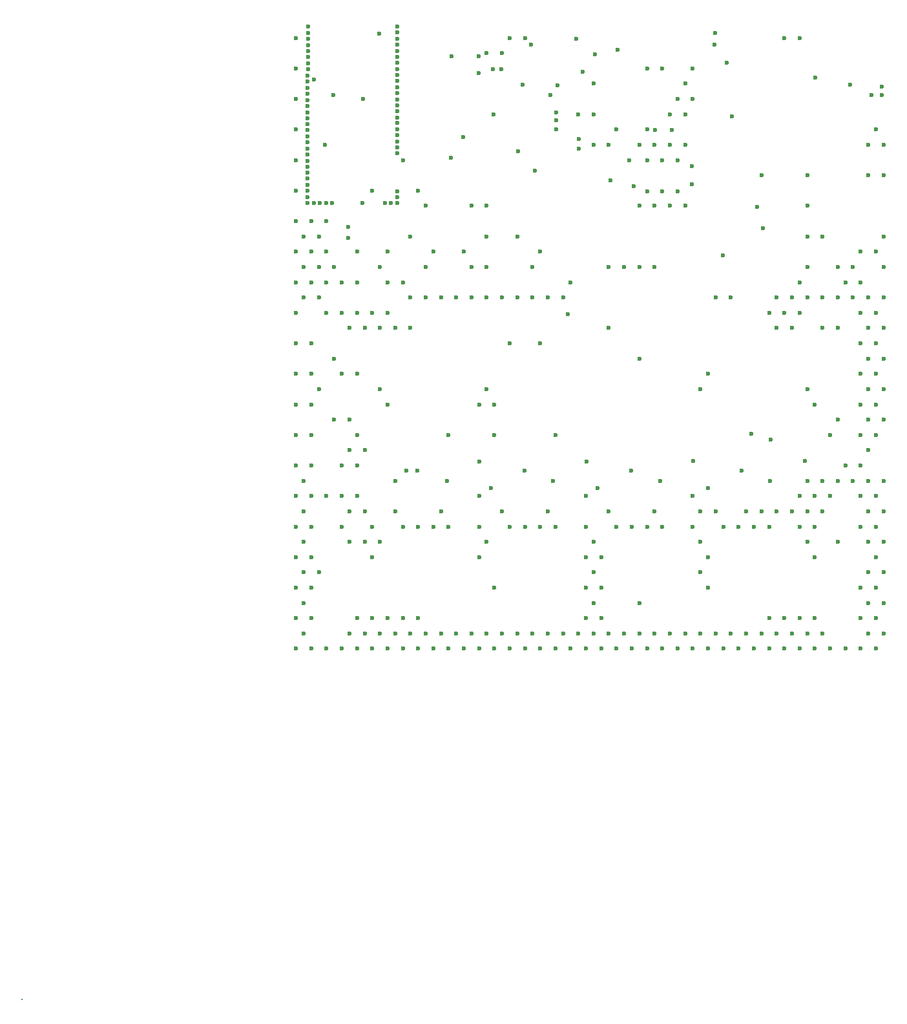
<source format=gbr>
%TF.GenerationSoftware,Altium Limited,Altium Designer,22.10.1 (41)*%
G04 Layer_Color=8388736*
%FSLAX25Y25*%
%MOIN*%
%TF.SameCoordinates,BEAA4B2D-68BC-4382-99D5-5DCEA874A810*%
%TF.FilePolarity,Positive*%
%TF.FileFunction,Other,Bottom_Tenting*%
%TF.Part,Single*%
G01*
G75*
%TA.AperFunction,NonConductor*%
%ADD114C,0.00000*%
%TA.AperFunction,SMDPad,CuDef*%
%ADD115C,0.00000*%
%TA.AperFunction,NonConductor*%
%ADD117C,0.00000*%
%ADD129C,0.00001*%
%ADD130C,0.00000*%
%TA.AperFunction,SMDPad,CuDef*%
%ADD133C,0.00000*%
%ADD134C,0.00000*%
%TA.AperFunction,NonConductor*%
%ADD139C,0.00001*%
%TA.AperFunction,SMDPad,CuDef*%
%ADD140C,0.02362*%
%ADD144C,0.00001*%
%ADD145C,0.00024*%
%ADD150C,0.00004*%
%ADD151C,0.00004*%
G36*
X-137304Y-173574D02*
X-137316D01*
Y-173571D01*
X-137304D01*
Y-173574D01*
D02*
G37*
G36*
X-137095Y-173540D02*
X-137097D01*
Y-173528D01*
X-137095D01*
Y-173540D01*
D02*
G37*
D114*
X-137075Y-173561D02*
G03*
X-137075Y-173561I0J0D01*
G01*
D02*
G03*
X-137075Y-173561I0J-0D01*
G01*
X-137080D02*
G03*
X-137080Y-173561I0J0D01*
G01*
D02*
G03*
X-137080Y-173561I0J-0D01*
G01*
X-137075Y-173569D02*
G03*
X-137075Y-173569I0J0D01*
G01*
D02*
G03*
X-137075Y-173569I0J-0D01*
G01*
X-137080D02*
G03*
X-137080Y-173569I0J0D01*
G01*
D02*
G03*
X-137080Y-173569I0J-0D01*
G01*
X-137075Y-173561D02*
G03*
X-137075Y-173561I0J0D01*
G01*
D02*
G03*
X-137075Y-173561I0J-0D01*
G01*
Y-173569D02*
G03*
X-137075Y-173569I0J0D01*
G01*
D02*
G03*
X-137075Y-173569I0J-0D01*
G01*
X-137080Y-173561D02*
G03*
X-137080Y-173561I0J0D01*
G01*
D02*
G03*
X-137080Y-173561I0J-0D01*
G01*
Y-173569D02*
G03*
X-137080Y-173569I0J0D01*
G01*
D02*
G03*
X-137080Y-173569I0J-0D01*
G01*
X-137304Y-173571D02*
G03*
X-137304Y-173571I0J-0D01*
G01*
D02*
G03*
X-137304Y-173571I0J0D01*
G01*
Y-173589D02*
G03*
X-137304Y-173590I0J-0D01*
G01*
D02*
G03*
X-137304Y-173589I0J0D01*
G01*
X-137316Y-173571D02*
G03*
X-137316Y-173571I0J-0D01*
G01*
D02*
G03*
X-137316Y-173571I0J0D01*
G01*
Y-173589D02*
G03*
X-137316Y-173590I0J-0D01*
G01*
D02*
G03*
X-137316Y-173589I0J0D01*
G01*
X-137304Y-173571D02*
G03*
X-137304Y-173571I0J-0D01*
G01*
D02*
G03*
X-137304Y-173571I0J0D01*
G01*
X-137316D02*
G03*
X-137316Y-173571I0J-0D01*
G01*
D02*
G03*
X-137316Y-173571I0J0D01*
G01*
X-137304Y-173589D02*
G03*
X-137304Y-173590I0J-0D01*
G01*
D02*
G03*
X-137304Y-173589I0J0D01*
G01*
X-137316D02*
G03*
X-137316Y-173590I0J-0D01*
G01*
D02*
G03*
X-137316Y-173589I0J0D01*
G01*
X-137079Y-173540D02*
G03*
X-137079Y-173540I0J0D01*
G01*
D02*
G03*
X-137079Y-173540I-0J0D01*
G01*
X-137097D02*
G03*
X-137097Y-173540I0J0D01*
G01*
D02*
G03*
X-137097Y-173540I-0J0D01*
G01*
X-137079Y-173528D02*
G03*
X-137079Y-173528I0J0D01*
G01*
D02*
G03*
X-137079Y-173528I-0J0D01*
G01*
X-137097D02*
G03*
X-137097Y-173528I0J0D01*
G01*
D02*
G03*
X-137097Y-173528I-0J0D01*
G01*
D02*
G03*
X-137097Y-173528I0J0D01*
G01*
D02*
G03*
X-137097Y-173528I-0J0D01*
G01*
Y-173540D02*
G03*
X-137097Y-173540I0J0D01*
G01*
D02*
G03*
X-137097Y-173540I-0J0D01*
G01*
X-137079Y-173528D02*
G03*
X-137079Y-173528I0J0D01*
G01*
D02*
G03*
X-137079Y-173528I-0J0D01*
G01*
Y-173540D02*
G03*
X-137079Y-173540I0J0D01*
G01*
D02*
G03*
X-137079Y-173540I-0J0D01*
G01*
X-137067Y-173579D02*
G03*
X-137067Y-173579I0J-0D01*
G01*
D02*
G03*
X-137067Y-173579I0J0D01*
G01*
Y-173587D02*
G03*
X-137067Y-173587I0J-0D01*
G01*
D02*
G03*
X-137067Y-173587I0J0D01*
G01*
X-137072Y-173579D02*
G03*
X-137072Y-173579I0J-0D01*
G01*
D02*
G03*
X-137072Y-173579I0J0D01*
G01*
Y-173587D02*
G03*
X-137072Y-173587I0J-0D01*
G01*
D02*
G03*
X-137072Y-173587I0J0D01*
G01*
X-137067Y-173579D02*
G03*
X-137067Y-173579I0J-0D01*
G01*
D02*
G03*
X-137067Y-173579I0J0D01*
G01*
X-137072D02*
G03*
X-137072Y-173579I0J-0D01*
G01*
D02*
G03*
X-137072Y-173579I0J0D01*
G01*
X-137067Y-173587D02*
G03*
X-137067Y-173587I0J-0D01*
G01*
D02*
G03*
X-137067Y-173587I0J0D01*
G01*
X-137072D02*
G03*
X-137072Y-173587I0J-0D01*
G01*
D02*
G03*
X-137072Y-173587I0J0D01*
G01*
X-137075Y-173579D02*
G03*
X-137075Y-173579I0J-0D01*
G01*
D02*
G03*
X-137075Y-173579I0J0D01*
G01*
Y-173587D02*
G03*
X-137075Y-173587I0J-0D01*
G01*
D02*
G03*
X-137075Y-173587I0J0D01*
G01*
X-137080Y-173579D02*
G03*
X-137080Y-173579I0J-0D01*
G01*
D02*
G03*
X-137080Y-173579I0J0D01*
G01*
Y-173587D02*
G03*
X-137080Y-173587I0J-0D01*
G01*
D02*
G03*
X-137080Y-173587I0J0D01*
G01*
X-137075Y-173579D02*
G03*
X-137075Y-173579I0J-0D01*
G01*
D02*
G03*
X-137075Y-173579I0J0D01*
G01*
X-137080D02*
G03*
X-137080Y-173579I0J-0D01*
G01*
D02*
G03*
X-137080Y-173579I0J0D01*
G01*
X-137075Y-173587D02*
G03*
X-137075Y-173587I0J-0D01*
G01*
D02*
G03*
X-137075Y-173587I0J0D01*
G01*
X-137080D02*
G03*
X-137080Y-173587I0J-0D01*
G01*
D02*
G03*
X-137080Y-173587I0J0D01*
G01*
X-137314Y-173526D02*
G03*
X-137314Y-173527I0J-0D01*
G01*
D02*
G03*
X-137314Y-173526I0J0D01*
G01*
X-137334D02*
G03*
X-137334Y-173527I0J-0D01*
G01*
D02*
G03*
X-137334Y-173526I0J0D01*
G01*
X-137314Y-173511D02*
G03*
X-137314Y-173511I0J-0D01*
G01*
D02*
G03*
X-137314Y-173511I0J0D01*
G01*
X-137334D02*
G03*
X-137334Y-173511I0J-0D01*
G01*
D02*
G03*
X-137334Y-173511I0J0D01*
G01*
D02*
G03*
X-137334Y-173511I0J-0D01*
G01*
D02*
G03*
X-137334Y-173511I0J0D01*
G01*
Y-173526D02*
G03*
X-137334Y-173527I0J-0D01*
G01*
D02*
G03*
X-137334Y-173526I0J0D01*
G01*
X-137314Y-173511D02*
G03*
X-137314Y-173511I0J-0D01*
G01*
D02*
G03*
X-137314Y-173511I0J0D01*
G01*
Y-173526D02*
G03*
X-137314Y-173527I0J-0D01*
G01*
D02*
G03*
X-137314Y-173526I0J0D01*
G01*
X-137119Y-173627D02*
G03*
X-137118Y-173627I0J0D01*
G01*
D02*
G03*
X-137119Y-173627I-0J0D01*
G01*
Y-173637D02*
G03*
X-137118Y-173637I0J0D01*
G01*
D02*
G03*
X-137119Y-173637I-0J0D01*
G01*
Y-173627D02*
G03*
X-137118Y-173627I0J0D01*
G01*
D02*
G03*
X-137119Y-173627I-0J0D01*
G01*
X-137201D02*
G03*
X-137200Y-173627I0J0D01*
G01*
D02*
G03*
X-137201Y-173627I-0J0D01*
G01*
D02*
G03*
X-137200Y-173627I0J0D01*
G01*
D02*
G03*
X-137201Y-173627I-0J0D01*
G01*
Y-173637D02*
G03*
X-137200Y-173637I0J0D01*
G01*
D02*
G03*
X-137201Y-173637I-0J0D01*
G01*
X-137119D02*
G03*
X-137118Y-173637I0J0D01*
G01*
D02*
G03*
X-137119Y-173637I-0J0D01*
G01*
X-137201D02*
G03*
X-137200Y-173637I0J0D01*
G01*
D02*
G03*
X-137201Y-173637I-0J0D01*
G01*
X-137067Y-173561D02*
G03*
X-137067Y-173561I0J0D01*
G01*
D02*
G03*
X-137067Y-173561I0J-0D01*
G01*
X-137072D02*
G03*
X-137072Y-173561I0J0D01*
G01*
D02*
G03*
X-137072Y-173561I0J-0D01*
G01*
X-137067Y-173569D02*
G03*
X-137067Y-173569I0J0D01*
G01*
D02*
G03*
X-137067Y-173569I0J-0D01*
G01*
X-137072D02*
G03*
X-137072Y-173569I0J0D01*
G01*
D02*
G03*
X-137072Y-173569I0J-0D01*
G01*
X-137067Y-173561D02*
G03*
X-137067Y-173561I0J0D01*
G01*
D02*
G03*
X-137067Y-173561I0J-0D01*
G01*
Y-173569D02*
G03*
X-137067Y-173569I0J0D01*
G01*
D02*
G03*
X-137067Y-173569I0J-0D01*
G01*
X-137072Y-173561D02*
G03*
X-137072Y-173561I0J0D01*
G01*
D02*
G03*
X-137072Y-173561I0J-0D01*
G01*
Y-173569D02*
G03*
X-137072Y-173569I0J0D01*
G01*
D02*
G03*
X-137072Y-173569I0J-0D01*
G01*
D115*
X-137086Y-173498D02*
D03*
X-137087D02*
D03*
X-137086Y-173493D02*
D03*
Y-173498D02*
D03*
X-137056Y-173493D02*
D03*
X-137086D02*
D03*
X-137056D02*
D03*
Y-173498D02*
D03*
X-137055D02*
D03*
X-137056D02*
D03*
X-137055Y-173519D02*
D03*
X-137087D02*
D03*
X-137055Y-173498D02*
D03*
Y-173519D02*
D03*
X-137087Y-173498D02*
D03*
Y-173519D02*
D03*
X-137238Y-173560D02*
D03*
Y-173563D02*
D03*
X-137231Y-173560D02*
D03*
Y-173563D02*
D03*
Y-173560D02*
D03*
X-137238D02*
D03*
X-137231Y-173563D02*
D03*
X-137238D02*
D03*
X-137231Y-173538D02*
D03*
Y-173541D02*
D03*
X-137238Y-173538D02*
D03*
Y-173541D02*
D03*
X-137231D02*
D03*
X-137238D02*
D03*
X-137231Y-173538D02*
D03*
X-137238D02*
D03*
X-137318Y-173601D02*
D03*
X-137321D02*
D03*
X-137318Y-173607D02*
D03*
X-137321D02*
D03*
X-137318Y-173601D02*
D03*
Y-173607D02*
D03*
X-137321Y-173601D02*
D03*
Y-173607D02*
D03*
X-137231Y-173526D02*
D03*
X-137238D02*
D03*
X-137231Y-173529D02*
D03*
X-137238D02*
D03*
Y-173526D02*
D03*
Y-173529D02*
D03*
X-137231Y-173526D02*
D03*
Y-173529D02*
D03*
Y-173532D02*
D03*
Y-173535D02*
D03*
X-137238Y-173532D02*
D03*
Y-173535D02*
D03*
X-137231D02*
D03*
X-137238D02*
D03*
X-137231Y-173532D02*
D03*
X-137238D02*
D03*
X-137225Y-173583D02*
D03*
X-137228D02*
D03*
X-137225Y-173577D02*
D03*
X-137228D02*
D03*
D03*
Y-173583D02*
D03*
X-137225Y-173577D02*
D03*
Y-173583D02*
D03*
X-137231Y-173577D02*
D03*
Y-173583D02*
D03*
X-137234Y-173577D02*
D03*
Y-173583D02*
D03*
X-137231Y-173577D02*
D03*
X-137234D02*
D03*
X-137231Y-173583D02*
D03*
X-137234D02*
D03*
X-137297Y-173561D02*
D03*
X-137301D02*
D03*
X-137297Y-173555D02*
D03*
X-137301D02*
D03*
D03*
Y-173561D02*
D03*
X-137297Y-173555D02*
D03*
Y-173561D02*
D03*
X-137286D02*
D03*
X-137289D02*
D03*
X-137286Y-173555D02*
D03*
X-137289D02*
D03*
D03*
Y-173561D02*
D03*
X-137286Y-173555D02*
D03*
Y-173561D02*
D03*
X-137292D02*
D03*
X-137295D02*
D03*
X-137292Y-173555D02*
D03*
X-137295D02*
D03*
D03*
Y-173561D02*
D03*
X-137292Y-173555D02*
D03*
Y-173561D02*
D03*
X-137282Y-173518D02*
D03*
Y-173521D02*
D03*
X-137288Y-173518D02*
D03*
Y-173521D02*
D03*
X-137282D02*
D03*
X-137288D02*
D03*
X-137282Y-173518D02*
D03*
X-137288D02*
D03*
X-137282Y-173512D02*
D03*
Y-173515D02*
D03*
X-137288Y-173512D02*
D03*
Y-173515D02*
D03*
X-137282D02*
D03*
X-137288D02*
D03*
X-137282Y-173512D02*
D03*
X-137288D02*
D03*
X-137129Y-173508D02*
D03*
X-137133D02*
D03*
X-137129Y-173514D02*
D03*
X-137133D02*
D03*
X-137129Y-173508D02*
D03*
Y-173514D02*
D03*
X-137133Y-173508D02*
D03*
Y-173514D02*
D03*
X-137107Y-173508D02*
D03*
Y-173514D02*
D03*
X-137104Y-173508D02*
D03*
Y-173514D02*
D03*
D03*
X-137107D02*
D03*
X-137104Y-173508D02*
D03*
X-137107D02*
D03*
X-137129Y-173520D02*
D03*
Y-173526D02*
D03*
X-137133Y-173520D02*
D03*
Y-173526D02*
D03*
X-137129Y-173520D02*
D03*
X-137133D02*
D03*
X-137129Y-173526D02*
D03*
X-137133D02*
D03*
X-137135Y-173520D02*
D03*
Y-173526D02*
D03*
X-137138Y-173520D02*
D03*
Y-173526D02*
D03*
X-137135Y-173520D02*
D03*
X-137138D02*
D03*
X-137135Y-173526D02*
D03*
X-137138D02*
D03*
X-137128Y-173550D02*
D03*
X-137132D02*
D03*
X-137128Y-173544D02*
D03*
X-137132D02*
D03*
D03*
Y-173550D02*
D03*
X-137128Y-173544D02*
D03*
Y-173550D02*
D03*
X-137098Y-173711D02*
D03*
Y-173717D02*
D03*
X-137094Y-173711D02*
D03*
Y-173717D02*
D03*
D03*
X-137098D02*
D03*
X-137094Y-173711D02*
D03*
X-137098D02*
D03*
X-137155Y-173711D02*
D03*
Y-173717D02*
D03*
X-137152Y-173711D02*
D03*
Y-173717D02*
D03*
D03*
X-137155D02*
D03*
X-137152Y-173711D02*
D03*
X-137155D02*
D03*
X-137210D02*
D03*
Y-173717D02*
D03*
X-137207Y-173711D02*
D03*
Y-173717D02*
D03*
D03*
X-137210D02*
D03*
X-137207Y-173711D02*
D03*
X-137210D02*
D03*
X-137265Y-173712D02*
D03*
Y-173718D02*
D03*
X-137262Y-173712D02*
D03*
Y-173718D02*
D03*
D03*
X-137265D02*
D03*
X-137262Y-173712D02*
D03*
X-137265D02*
D03*
X-137201Y-173747D02*
D03*
X-137204D02*
D03*
X-137201Y-173741D02*
D03*
X-137204D02*
D03*
D03*
Y-173747D02*
D03*
X-137201Y-173741D02*
D03*
Y-173747D02*
D03*
X-137144D02*
D03*
X-137147D02*
D03*
X-137144Y-173741D02*
D03*
X-137147D02*
D03*
D03*
Y-173747D02*
D03*
X-137144Y-173741D02*
D03*
Y-173747D02*
D03*
X-137256Y-173748D02*
D03*
X-137259D02*
D03*
X-137256Y-173741D02*
D03*
X-137259D02*
D03*
D03*
Y-173748D02*
D03*
X-137256Y-173741D02*
D03*
Y-173748D02*
D03*
X-137311Y-173748D02*
D03*
X-137315D02*
D03*
X-137311Y-173742D02*
D03*
X-137315D02*
D03*
D03*
Y-173748D02*
D03*
X-137311Y-173742D02*
D03*
Y-173748D02*
D03*
X-137337Y-173526D02*
D03*
X-137340D02*
D03*
X-137337Y-173520D02*
D03*
X-137340D02*
D03*
D03*
Y-173526D02*
D03*
X-137337Y-173520D02*
D03*
Y-173526D02*
D03*
X-137336Y-173508D02*
D03*
X-137339D02*
D03*
X-137336Y-173514D02*
D03*
X-137339D02*
D03*
X-137336Y-173508D02*
D03*
Y-173514D02*
D03*
X-137339Y-173508D02*
D03*
Y-173514D02*
D03*
X-137323Y-173548D02*
D03*
X-137327D02*
D03*
X-137323Y-173541D02*
D03*
X-137327D02*
D03*
D03*
Y-173548D02*
D03*
X-137323Y-173541D02*
D03*
Y-173548D02*
D03*
Y-173553D02*
D03*
Y-173559D02*
D03*
X-137327Y-173553D02*
D03*
Y-173559D02*
D03*
X-137323D02*
D03*
X-137327D02*
D03*
X-137323Y-173553D02*
D03*
X-137327D02*
D03*
X-137115Y-173554D02*
D03*
Y-173557D02*
D03*
X-137121Y-173554D02*
D03*
Y-173557D02*
D03*
X-137115Y-173554D02*
D03*
X-137121D02*
D03*
X-137115Y-173557D02*
D03*
X-137121D02*
D03*
X-137145Y-173576D02*
D03*
X-137148D02*
D03*
X-137145Y-173582D02*
D03*
X-137148D02*
D03*
Y-173576D02*
D03*
Y-173582D02*
D03*
X-137145Y-173576D02*
D03*
Y-173582D02*
D03*
X-137144Y-173624D02*
D03*
X-137147D02*
D03*
X-137144Y-173618D02*
D03*
X-137147D02*
D03*
X-137144D02*
D03*
Y-173624D02*
D03*
X-137147Y-173618D02*
D03*
Y-173624D02*
D03*
X-137330Y-173525D02*
D03*
Y-173521D02*
D03*
X-137148Y-173600D02*
D03*
X-137200D02*
D03*
X-137148D02*
D03*
Y-173610D02*
D03*
D03*
X-137200D02*
D03*
Y-173600D02*
D03*
Y-173610D02*
D03*
X-137250Y-173583D02*
D03*
X-137253D02*
D03*
X-137250Y-173576D02*
D03*
X-137253D02*
D03*
D03*
Y-173583D02*
D03*
X-137250Y-173576D02*
D03*
Y-173583D02*
D03*
X-137324Y-173601D02*
D03*
Y-173607D02*
D03*
X-137328Y-173601D02*
D03*
Y-173607D02*
D03*
X-137324Y-173601D02*
D03*
X-137328D02*
D03*
X-137324Y-173607D02*
D03*
X-137328D02*
D03*
X-137075Y-173547D02*
D03*
X-137079D02*
D03*
X-137075Y-173554D02*
D03*
X-137079D02*
D03*
X-137075Y-173547D02*
D03*
Y-173554D02*
D03*
X-137079Y-173547D02*
D03*
Y-173554D02*
D03*
X-137068Y-173547D02*
D03*
X-137072D02*
D03*
X-137068Y-173554D02*
D03*
X-137072D02*
D03*
X-137068Y-173547D02*
D03*
Y-173554D02*
D03*
X-137072Y-173547D02*
D03*
Y-173554D02*
D03*
X-137231Y-173511D02*
D03*
Y-173514D02*
D03*
X-137237Y-173511D02*
D03*
Y-173514D02*
D03*
X-137231D02*
D03*
X-137237D02*
D03*
X-137231Y-173511D02*
D03*
X-137237D02*
D03*
X-137237Y-173519D02*
D03*
Y-173522D02*
D03*
X-137231Y-173519D02*
D03*
Y-173522D02*
D03*
Y-173519D02*
D03*
X-137237D02*
D03*
X-137231Y-173522D02*
D03*
X-137237D02*
D03*
X-137136Y-173514D02*
D03*
X-137139D02*
D03*
X-137136Y-173507D02*
D03*
X-137139D02*
D03*
D03*
Y-173514D02*
D03*
X-137136Y-173507D02*
D03*
Y-173514D02*
D03*
X-137110Y-173507D02*
D03*
Y-173514D02*
D03*
X-137113Y-173507D02*
D03*
Y-173514D02*
D03*
X-137110Y-173507D02*
D03*
X-137113D02*
D03*
X-137110Y-173514D02*
D03*
X-137113D02*
D03*
X-137105Y-173531D02*
D03*
Y-173535D02*
D03*
X-137111Y-173531D02*
D03*
Y-173535D02*
D03*
X-137105D02*
D03*
X-137111D02*
D03*
X-137105Y-173531D02*
D03*
X-137111D02*
D03*
X-137105Y-173528D02*
D03*
X-137111D02*
D03*
X-137105Y-173524D02*
D03*
X-137111D02*
D03*
X-137105D02*
D03*
Y-173528D02*
D03*
X-137111Y-173524D02*
D03*
Y-173528D02*
D03*
X-137289Y-173576D02*
D03*
Y-173583D02*
D03*
X-137292Y-173576D02*
D03*
Y-173583D02*
D03*
X-137289Y-173576D02*
D03*
X-137292D02*
D03*
X-137289Y-173583D02*
D03*
X-137292D02*
D03*
X-137144Y-173775D02*
D03*
Y-173782D02*
D03*
X-137140Y-173775D02*
D03*
Y-173782D02*
D03*
D03*
X-137144D02*
D03*
X-137140Y-173775D02*
D03*
X-137144D02*
D03*
X-137097Y-173677D02*
D03*
Y-173684D02*
D03*
X-137100Y-173677D02*
D03*
Y-173684D02*
D03*
X-137097Y-173677D02*
D03*
X-137100D02*
D03*
X-137097Y-173684D02*
D03*
X-137100D02*
D03*
X-137137Y-173775D02*
D03*
Y-173782D02*
D03*
X-137134Y-173775D02*
D03*
Y-173782D02*
D03*
D03*
X-137137D02*
D03*
X-137134Y-173775D02*
D03*
X-137137D02*
D03*
X-137103Y-173677D02*
D03*
Y-173684D02*
D03*
X-137106Y-173677D02*
D03*
Y-173684D02*
D03*
X-137103Y-173677D02*
D03*
X-137106D02*
D03*
X-137103Y-173684D02*
D03*
X-137106D02*
D03*
X-137131Y-173775D02*
D03*
Y-173782D02*
D03*
X-137128Y-173775D02*
D03*
Y-173782D02*
D03*
D03*
X-137131D02*
D03*
X-137128Y-173775D02*
D03*
X-137131D02*
D03*
X-137109Y-173677D02*
D03*
Y-173684D02*
D03*
X-137113Y-173677D02*
D03*
Y-173684D02*
D03*
X-137109Y-173677D02*
D03*
X-137113D02*
D03*
X-137109Y-173684D02*
D03*
X-137113D02*
D03*
X-137125Y-173775D02*
D03*
Y-173782D02*
D03*
X-137122Y-173775D02*
D03*
Y-173782D02*
D03*
D03*
X-137125D02*
D03*
X-137122Y-173775D02*
D03*
X-137125D02*
D03*
X-137115Y-173677D02*
D03*
Y-173684D02*
D03*
X-137119Y-173677D02*
D03*
Y-173684D02*
D03*
X-137115Y-173677D02*
D03*
X-137119D02*
D03*
X-137115Y-173684D02*
D03*
X-137119D02*
D03*
X-137119Y-173775D02*
D03*
Y-173782D02*
D03*
X-137116Y-173775D02*
D03*
Y-173782D02*
D03*
D03*
X-137119D02*
D03*
X-137116Y-173775D02*
D03*
X-137119D02*
D03*
X-137121Y-173677D02*
D03*
Y-173684D02*
D03*
X-137125Y-173677D02*
D03*
Y-173684D02*
D03*
X-137121Y-173677D02*
D03*
X-137125D02*
D03*
X-137121Y-173684D02*
D03*
X-137125D02*
D03*
X-137113Y-173775D02*
D03*
Y-173782D02*
D03*
X-137110Y-173775D02*
D03*
Y-173782D02*
D03*
D03*
X-137113D02*
D03*
X-137110Y-173775D02*
D03*
X-137113D02*
D03*
X-137127Y-173677D02*
D03*
Y-173684D02*
D03*
X-137131Y-173677D02*
D03*
Y-173684D02*
D03*
X-137127Y-173677D02*
D03*
X-137131D02*
D03*
X-137127Y-173684D02*
D03*
X-137131D02*
D03*
X-137107Y-173775D02*
D03*
Y-173782D02*
D03*
X-137103Y-173775D02*
D03*
Y-173782D02*
D03*
D03*
X-137107D02*
D03*
X-137103Y-173775D02*
D03*
X-137107D02*
D03*
X-137134Y-173677D02*
D03*
Y-173684D02*
D03*
X-137137Y-173677D02*
D03*
Y-173684D02*
D03*
X-137134Y-173677D02*
D03*
X-137137D02*
D03*
X-137134Y-173684D02*
D03*
X-137137D02*
D03*
X-137101Y-173775D02*
D03*
Y-173782D02*
D03*
X-137098Y-173775D02*
D03*
Y-173782D02*
D03*
D03*
X-137101D02*
D03*
X-137098Y-173775D02*
D03*
X-137101D02*
D03*
X-137140Y-173677D02*
D03*
Y-173684D02*
D03*
X-137143Y-173677D02*
D03*
Y-173684D02*
D03*
X-137140Y-173677D02*
D03*
X-137143D02*
D03*
X-137140Y-173684D02*
D03*
X-137143D02*
D03*
X-137282Y-173576D02*
D03*
Y-173583D02*
D03*
X-137286Y-173576D02*
D03*
Y-173583D02*
D03*
X-137282Y-173576D02*
D03*
X-137286D02*
D03*
X-137282Y-173583D02*
D03*
X-137286D02*
D03*
X-137200Y-173775D02*
D03*
Y-173782D02*
D03*
X-137197Y-173775D02*
D03*
Y-173782D02*
D03*
D03*
X-137200D02*
D03*
X-137197Y-173775D02*
D03*
X-137200D02*
D03*
X-137155Y-173677D02*
D03*
Y-173684D02*
D03*
X-137158Y-173677D02*
D03*
Y-173684D02*
D03*
X-137155Y-173677D02*
D03*
X-137158D02*
D03*
X-137155Y-173684D02*
D03*
X-137158D02*
D03*
X-137276Y-173576D02*
D03*
Y-173583D02*
D03*
X-137279Y-173576D02*
D03*
Y-173583D02*
D03*
X-137276Y-173576D02*
D03*
X-137279D02*
D03*
X-137276Y-173583D02*
D03*
X-137279D02*
D03*
X-137194Y-173775D02*
D03*
Y-173782D02*
D03*
X-137190Y-173775D02*
D03*
Y-173782D02*
D03*
D03*
X-137194D02*
D03*
X-137190Y-173775D02*
D03*
X-137194D02*
D03*
X-137161Y-173677D02*
D03*
Y-173684D02*
D03*
X-137164Y-173677D02*
D03*
Y-173684D02*
D03*
X-137161Y-173677D02*
D03*
X-137164D02*
D03*
X-137161Y-173684D02*
D03*
X-137164D02*
D03*
X-137188Y-173775D02*
D03*
Y-173782D02*
D03*
X-137184Y-173775D02*
D03*
Y-173782D02*
D03*
D03*
X-137188D02*
D03*
X-137184Y-173775D02*
D03*
X-137188D02*
D03*
X-137167Y-173677D02*
D03*
Y-173684D02*
D03*
X-137170Y-173677D02*
D03*
Y-173684D02*
D03*
X-137167Y-173677D02*
D03*
X-137170D02*
D03*
X-137167Y-173684D02*
D03*
X-137170D02*
D03*
X-137182Y-173775D02*
D03*
Y-173782D02*
D03*
X-137178Y-173775D02*
D03*
Y-173782D02*
D03*
D03*
X-137182D02*
D03*
X-137178Y-173775D02*
D03*
X-137182D02*
D03*
X-137173Y-173677D02*
D03*
Y-173684D02*
D03*
X-137176Y-173677D02*
D03*
Y-173684D02*
D03*
X-137173Y-173677D02*
D03*
X-137176D02*
D03*
X-137173Y-173684D02*
D03*
X-137176D02*
D03*
X-137176Y-173775D02*
D03*
Y-173782D02*
D03*
X-137172Y-173775D02*
D03*
Y-173782D02*
D03*
D03*
X-137176D02*
D03*
X-137172Y-173775D02*
D03*
X-137176D02*
D03*
X-137179Y-173677D02*
D03*
Y-173684D02*
D03*
X-137182Y-173677D02*
D03*
Y-173684D02*
D03*
X-137179Y-173677D02*
D03*
X-137182D02*
D03*
X-137179Y-173684D02*
D03*
X-137182D02*
D03*
X-137170Y-173775D02*
D03*
Y-173782D02*
D03*
X-137166Y-173775D02*
D03*
Y-173782D02*
D03*
D03*
X-137170D02*
D03*
X-137166Y-173775D02*
D03*
X-137170D02*
D03*
X-137184Y-173677D02*
D03*
Y-173684D02*
D03*
X-137188Y-173677D02*
D03*
Y-173684D02*
D03*
X-137184Y-173677D02*
D03*
X-137188D02*
D03*
X-137184Y-173684D02*
D03*
X-137188D02*
D03*
X-137164Y-173775D02*
D03*
Y-173782D02*
D03*
X-137160Y-173775D02*
D03*
Y-173782D02*
D03*
D03*
X-137164D02*
D03*
X-137160Y-173775D02*
D03*
X-137164D02*
D03*
X-137190Y-173677D02*
D03*
Y-173684D02*
D03*
X-137194Y-173677D02*
D03*
Y-173684D02*
D03*
X-137190Y-173677D02*
D03*
X-137194D02*
D03*
X-137190Y-173684D02*
D03*
X-137194D02*
D03*
X-137157Y-173775D02*
D03*
Y-173782D02*
D03*
X-137154Y-173775D02*
D03*
Y-173782D02*
D03*
D03*
X-137157D02*
D03*
X-137154Y-173775D02*
D03*
X-137157D02*
D03*
X-137196Y-173677D02*
D03*
Y-173684D02*
D03*
X-137200Y-173677D02*
D03*
Y-173684D02*
D03*
X-137196Y-173677D02*
D03*
X-137200D02*
D03*
X-137196Y-173684D02*
D03*
X-137200D02*
D03*
X-137269Y-173576D02*
D03*
Y-173583D02*
D03*
X-137273Y-173576D02*
D03*
Y-173583D02*
D03*
X-137269Y-173576D02*
D03*
X-137273D02*
D03*
X-137269Y-173583D02*
D03*
X-137273D02*
D03*
X-137256Y-173775D02*
D03*
Y-173782D02*
D03*
X-137252Y-173775D02*
D03*
Y-173782D02*
D03*
D03*
X-137256D02*
D03*
X-137252Y-173775D02*
D03*
X-137256D02*
D03*
X-137209Y-173677D02*
D03*
Y-173684D02*
D03*
X-137213Y-173677D02*
D03*
Y-173684D02*
D03*
X-137209Y-173677D02*
D03*
X-137213D02*
D03*
X-137209Y-173684D02*
D03*
X-137213D02*
D03*
X-137250Y-173775D02*
D03*
Y-173782D02*
D03*
X-137246Y-173775D02*
D03*
Y-173782D02*
D03*
D03*
X-137250D02*
D03*
X-137246Y-173775D02*
D03*
X-137250D02*
D03*
X-137215Y-173677D02*
D03*
Y-173684D02*
D03*
X-137219Y-173677D02*
D03*
Y-173684D02*
D03*
X-137215Y-173677D02*
D03*
X-137219D02*
D03*
X-137215Y-173684D02*
D03*
X-137219D02*
D03*
X-137263Y-173576D02*
D03*
Y-173583D02*
D03*
X-137266Y-173576D02*
D03*
Y-173583D02*
D03*
X-137263Y-173576D02*
D03*
X-137266D02*
D03*
X-137263Y-173583D02*
D03*
X-137266D02*
D03*
X-137243Y-173775D02*
D03*
Y-173782D02*
D03*
X-137240Y-173775D02*
D03*
Y-173782D02*
D03*
D03*
X-137243D02*
D03*
X-137240Y-173775D02*
D03*
X-137243D02*
D03*
X-137221Y-173677D02*
D03*
Y-173684D02*
D03*
X-137225Y-173677D02*
D03*
Y-173684D02*
D03*
X-137221Y-173677D02*
D03*
X-137225D02*
D03*
X-137221Y-173684D02*
D03*
X-137225D02*
D03*
X-137238Y-173775D02*
D03*
Y-173782D02*
D03*
X-137234Y-173775D02*
D03*
Y-173782D02*
D03*
D03*
X-137238D02*
D03*
X-137234Y-173775D02*
D03*
X-137238D02*
D03*
X-137227Y-173677D02*
D03*
Y-173684D02*
D03*
X-137231Y-173677D02*
D03*
Y-173684D02*
D03*
X-137227Y-173677D02*
D03*
X-137231D02*
D03*
X-137227Y-173684D02*
D03*
X-137231D02*
D03*
X-137232Y-173775D02*
D03*
Y-173782D02*
D03*
X-137228Y-173775D02*
D03*
Y-173782D02*
D03*
D03*
X-137232D02*
D03*
X-137228Y-173775D02*
D03*
X-137232D02*
D03*
X-137233Y-173677D02*
D03*
Y-173684D02*
D03*
X-137237Y-173677D02*
D03*
Y-173684D02*
D03*
X-137233Y-173677D02*
D03*
X-137237D02*
D03*
X-137233Y-173684D02*
D03*
X-137237D02*
D03*
X-137225Y-173775D02*
D03*
Y-173782D02*
D03*
X-137222Y-173775D02*
D03*
Y-173782D02*
D03*
D03*
X-137225D02*
D03*
X-137222Y-173775D02*
D03*
X-137225D02*
D03*
X-137240Y-173677D02*
D03*
Y-173684D02*
D03*
X-137243Y-173677D02*
D03*
Y-173684D02*
D03*
X-137240Y-173677D02*
D03*
X-137243D02*
D03*
X-137240Y-173684D02*
D03*
X-137243D02*
D03*
X-137220Y-173775D02*
D03*
Y-173782D02*
D03*
X-137216Y-173775D02*
D03*
Y-173782D02*
D03*
D03*
X-137220D02*
D03*
X-137216Y-173775D02*
D03*
X-137220D02*
D03*
X-137246Y-173677D02*
D03*
Y-173684D02*
D03*
X-137249Y-173677D02*
D03*
Y-173684D02*
D03*
X-137246Y-173677D02*
D03*
X-137249D02*
D03*
X-137246Y-173684D02*
D03*
X-137249D02*
D03*
X-137214Y-173775D02*
D03*
Y-173782D02*
D03*
X-137210Y-173775D02*
D03*
Y-173782D02*
D03*
D03*
X-137214D02*
D03*
X-137210Y-173775D02*
D03*
X-137214D02*
D03*
X-137252Y-173677D02*
D03*
Y-173684D02*
D03*
X-137256Y-173677D02*
D03*
Y-173684D02*
D03*
X-137252Y-173677D02*
D03*
X-137256D02*
D03*
X-137252Y-173684D02*
D03*
X-137256D02*
D03*
X-137256Y-173576D02*
D03*
Y-173583D02*
D03*
X-137260Y-173576D02*
D03*
Y-173583D02*
D03*
X-137256Y-173576D02*
D03*
X-137260D02*
D03*
X-137256Y-173583D02*
D03*
X-137260D02*
D03*
X-137311Y-173776D02*
D03*
Y-173782D02*
D03*
X-137308Y-173776D02*
D03*
Y-173782D02*
D03*
D03*
X-137311D02*
D03*
X-137308Y-173776D02*
D03*
X-137311D02*
D03*
X-137265Y-173677D02*
D03*
Y-173683D02*
D03*
X-137269Y-173677D02*
D03*
Y-173683D02*
D03*
X-137265Y-173677D02*
D03*
X-137269D02*
D03*
X-137265Y-173683D02*
D03*
X-137269D02*
D03*
X-137305Y-173776D02*
D03*
Y-173782D02*
D03*
X-137301Y-173776D02*
D03*
Y-173782D02*
D03*
D03*
X-137305D02*
D03*
X-137301Y-173776D02*
D03*
X-137305D02*
D03*
X-137271Y-173677D02*
D03*
Y-173683D02*
D03*
X-137275Y-173677D02*
D03*
Y-173683D02*
D03*
X-137271Y-173677D02*
D03*
X-137275D02*
D03*
X-137271Y-173683D02*
D03*
X-137275D02*
D03*
X-137299Y-173776D02*
D03*
Y-173782D02*
D03*
X-137295Y-173776D02*
D03*
Y-173782D02*
D03*
D03*
X-137299D02*
D03*
X-137295Y-173776D02*
D03*
X-137299D02*
D03*
X-137278Y-173677D02*
D03*
Y-173683D02*
D03*
X-137281Y-173677D02*
D03*
Y-173683D02*
D03*
X-137278Y-173677D02*
D03*
X-137281D02*
D03*
X-137278Y-173683D02*
D03*
X-137281D02*
D03*
X-137243Y-173583D02*
D03*
X-137247D02*
D03*
X-137243Y-173576D02*
D03*
X-137247D02*
D03*
D03*
Y-173583D02*
D03*
X-137243Y-173576D02*
D03*
Y-173583D02*
D03*
X-137293Y-173776D02*
D03*
Y-173782D02*
D03*
X-137289Y-173776D02*
D03*
Y-173782D02*
D03*
D03*
X-137293D02*
D03*
X-137289Y-173776D02*
D03*
X-137293D02*
D03*
X-137284Y-173677D02*
D03*
Y-173683D02*
D03*
X-137287Y-173677D02*
D03*
Y-173683D02*
D03*
X-137284Y-173677D02*
D03*
X-137287D02*
D03*
X-137284Y-173683D02*
D03*
X-137287D02*
D03*
X-137286Y-173776D02*
D03*
Y-173782D02*
D03*
X-137283Y-173776D02*
D03*
Y-173782D02*
D03*
D03*
X-137286D02*
D03*
X-137283Y-173776D02*
D03*
X-137286D02*
D03*
X-137290Y-173677D02*
D03*
Y-173683D02*
D03*
X-137293Y-173677D02*
D03*
Y-173683D02*
D03*
X-137290Y-173677D02*
D03*
X-137293D02*
D03*
X-137290Y-173683D02*
D03*
X-137293D02*
D03*
X-137280Y-173776D02*
D03*
Y-173782D02*
D03*
X-137277Y-173776D02*
D03*
Y-173782D02*
D03*
D03*
X-137280D02*
D03*
X-137277Y-173776D02*
D03*
X-137280D02*
D03*
X-137296Y-173677D02*
D03*
Y-173683D02*
D03*
X-137299Y-173677D02*
D03*
Y-173683D02*
D03*
X-137296Y-173677D02*
D03*
X-137299D02*
D03*
X-137296Y-173683D02*
D03*
X-137299D02*
D03*
X-137274Y-173776D02*
D03*
Y-173782D02*
D03*
X-137271Y-173776D02*
D03*
Y-173782D02*
D03*
D03*
X-137274D02*
D03*
X-137271Y-173776D02*
D03*
X-137274D02*
D03*
X-137302Y-173683D02*
D03*
X-137305D02*
D03*
X-137302Y-173677D02*
D03*
X-137305D02*
D03*
D03*
Y-173683D02*
D03*
X-137302Y-173677D02*
D03*
Y-173683D02*
D03*
X-137268Y-173776D02*
D03*
Y-173782D02*
D03*
X-137265Y-173776D02*
D03*
Y-173782D02*
D03*
D03*
X-137268D02*
D03*
X-137265Y-173776D02*
D03*
X-137268D02*
D03*
X-137308Y-173677D02*
D03*
Y-173683D02*
D03*
X-137311Y-173677D02*
D03*
Y-173683D02*
D03*
X-137308Y-173677D02*
D03*
X-137311D02*
D03*
X-137308Y-173683D02*
D03*
X-137311D02*
D03*
X-137237Y-173576D02*
D03*
Y-173583D02*
D03*
X-137240Y-173576D02*
D03*
Y-173583D02*
D03*
X-137237Y-173576D02*
D03*
X-137240D02*
D03*
X-137237Y-173583D02*
D03*
X-137240D02*
D03*
X-137336Y-173547D02*
D03*
X-137339D02*
D03*
X-137336Y-173541D02*
D03*
X-137339D02*
D03*
D03*
Y-173547D02*
D03*
X-137336Y-173541D02*
D03*
Y-173547D02*
D03*
X-137329D02*
D03*
X-137333D02*
D03*
X-137329Y-173541D02*
D03*
X-137333D02*
D03*
D03*
Y-173547D02*
D03*
X-137329Y-173541D02*
D03*
Y-173547D02*
D03*
X-137336Y-173553D02*
D03*
X-137340D02*
D03*
X-137336Y-173560D02*
D03*
X-137340D02*
D03*
Y-173553D02*
D03*
Y-173560D02*
D03*
X-137336Y-173553D02*
D03*
Y-173560D02*
D03*
X-137315Y-173560D02*
D03*
X-137318D02*
D03*
X-137315Y-173553D02*
D03*
X-137318D02*
D03*
X-137315D02*
D03*
Y-173560D02*
D03*
X-137318Y-173553D02*
D03*
Y-173560D02*
D03*
X-137329Y-173560D02*
D03*
X-137333D02*
D03*
X-137329Y-173553D02*
D03*
X-137333D02*
D03*
X-137329D02*
D03*
Y-173560D02*
D03*
X-137333Y-173553D02*
D03*
Y-173560D02*
D03*
X-137071Y-173593D02*
D03*
Y-173599D02*
D03*
X-137068Y-173593D02*
D03*
Y-173599D02*
D03*
D03*
X-137071D02*
D03*
X-137068Y-173593D02*
D03*
X-137071D02*
D03*
X-137080D02*
D03*
Y-173599D02*
D03*
X-137076Y-173593D02*
D03*
Y-173599D02*
D03*
D03*
X-137080D02*
D03*
X-137076Y-173593D02*
D03*
X-137080D02*
D03*
X-137251Y-173555D02*
D03*
X-137255D02*
D03*
X-137250Y-173530D02*
D03*
Y-173558D02*
D03*
X-137277Y-173530D02*
D03*
Y-173558D02*
D03*
X-137250D02*
D03*
X-137277D02*
D03*
X-137250Y-173530D02*
D03*
X-137277D02*
D03*
X-137137Y-173758D02*
D03*
Y-173754D02*
D03*
X-137101Y-173760D02*
D03*
X-137140D02*
D03*
X-137101Y-173744D02*
D03*
X-137140D02*
D03*
D03*
Y-173760D02*
D03*
X-137101Y-173744D02*
D03*
Y-173760D02*
D03*
X-137105Y-173701D02*
D03*
Y-173705D02*
D03*
X-137140Y-173699D02*
D03*
Y-173714D02*
D03*
X-137101Y-173699D02*
D03*
Y-173714D02*
D03*
D03*
X-137140D02*
D03*
X-137101Y-173699D02*
D03*
X-137140D02*
D03*
X-137194Y-173758D02*
D03*
Y-173754D02*
D03*
X-137158Y-173760D02*
D03*
X-137197D02*
D03*
X-137158Y-173744D02*
D03*
X-137197D02*
D03*
D03*
Y-173760D02*
D03*
X-137158Y-173744D02*
D03*
Y-173760D02*
D03*
X-137162Y-173700D02*
D03*
Y-173704D02*
D03*
X-137158Y-173699D02*
D03*
X-137197D02*
D03*
X-137158Y-173714D02*
D03*
X-137197D02*
D03*
X-137158Y-173699D02*
D03*
Y-173714D02*
D03*
X-137197Y-173699D02*
D03*
Y-173714D02*
D03*
X-137249Y-173758D02*
D03*
Y-173754D02*
D03*
X-137213Y-173760D02*
D03*
X-137252D02*
D03*
X-137213Y-173744D02*
D03*
X-137252D02*
D03*
D03*
Y-173760D02*
D03*
X-137213Y-173744D02*
D03*
Y-173760D02*
D03*
X-137217Y-173700D02*
D03*
Y-173704D02*
D03*
X-137213Y-173699D02*
D03*
X-137252D02*
D03*
X-137213Y-173714D02*
D03*
X-137252D02*
D03*
X-137213Y-173699D02*
D03*
Y-173714D02*
D03*
X-137252Y-173699D02*
D03*
Y-173714D02*
D03*
X-137304Y-173759D02*
D03*
Y-173755D02*
D03*
X-137269Y-173745D02*
D03*
Y-173760D02*
D03*
X-137308Y-173745D02*
D03*
Y-173760D02*
D03*
X-137269Y-173745D02*
D03*
X-137308D02*
D03*
X-137269Y-173760D02*
D03*
X-137308D02*
D03*
X-137272Y-173701D02*
D03*
Y-173705D02*
D03*
X-137269Y-173699D02*
D03*
X-137308D02*
D03*
X-137269Y-173715D02*
D03*
X-137308D02*
D03*
X-137269Y-173699D02*
D03*
Y-173715D02*
D03*
X-137308Y-173699D02*
D03*
Y-173715D02*
D03*
X-137109Y-173569D02*
D03*
X-137124D02*
D03*
X-137109Y-173595D02*
D03*
X-137124D02*
D03*
X-137109Y-173569D02*
D03*
Y-173595D02*
D03*
X-137124Y-173569D02*
D03*
Y-173595D02*
D03*
Y-173598D02*
D03*
Y-173624D02*
D03*
X-137109Y-173598D02*
D03*
Y-173624D02*
D03*
D03*
X-137124D02*
D03*
X-137109Y-173598D02*
D03*
X-137124D02*
D03*
X-137239Y-173544D02*
D03*
Y-173557D02*
D03*
X-137229Y-173544D02*
D03*
X-137239D02*
D03*
X-137229D02*
D03*
Y-173557D02*
D03*
D03*
X-137239D02*
D03*
X-137268Y-173518D02*
D03*
X-137275D02*
D03*
X-137268Y-173521D02*
D03*
X-137275D02*
D03*
Y-173518D02*
D03*
Y-173521D02*
D03*
X-137268Y-173518D02*
D03*
Y-173521D02*
D03*
Y-173512D02*
D03*
Y-173515D02*
D03*
X-137275Y-173512D02*
D03*
Y-173515D02*
D03*
X-137268D02*
D03*
X-137275D02*
D03*
X-137268Y-173512D02*
D03*
X-137275D02*
D03*
X-137309Y-173548D02*
D03*
X-137312D02*
D03*
X-137309Y-173541D02*
D03*
X-137312D02*
D03*
D03*
Y-173548D02*
D03*
X-137309Y-173541D02*
D03*
Y-173548D02*
D03*
X-137314D02*
D03*
X-137318D02*
D03*
X-137314Y-173541D02*
D03*
X-137318D02*
D03*
D03*
Y-173548D02*
D03*
X-137314Y-173541D02*
D03*
Y-173548D02*
D03*
X-137342Y-173508D02*
D03*
Y-173514D02*
D03*
X-137345Y-173508D02*
D03*
Y-173514D02*
D03*
X-137342Y-173508D02*
D03*
X-137345D02*
D03*
X-137342Y-173514D02*
D03*
X-137345D02*
D03*
Y-173520D02*
D03*
Y-173526D02*
D03*
X-137342Y-173520D02*
D03*
Y-173526D02*
D03*
D03*
X-137345D02*
D03*
X-137342Y-173520D02*
D03*
X-137345D02*
D03*
X-137127Y-173557D02*
D03*
X-137134D02*
D03*
X-137127Y-173554D02*
D03*
X-137134D02*
D03*
D03*
Y-173557D02*
D03*
X-137127Y-173554D02*
D03*
Y-173557D02*
D03*
X-137141Y-173554D02*
D03*
Y-173557D02*
D03*
X-137147Y-173554D02*
D03*
Y-173557D02*
D03*
X-137141Y-173554D02*
D03*
X-137147D02*
D03*
X-137141Y-173557D02*
D03*
X-137147D02*
D03*
D117*
X-137072Y-173824D02*
G03*
X-137072Y-173823I0J0D01*
G01*
D02*
G03*
X-137072Y-173824I0J-0D01*
G01*
X-137072Y-173730D02*
G03*
X-137072Y-173729I0J0D01*
G01*
D02*
G03*
X-137072Y-173730I0J-0D01*
G01*
X-137210Y-173628D02*
G03*
X-137211Y-173628I-0J0D01*
G01*
D02*
G03*
X-137210Y-173628I0J0D01*
G01*
X-137201Y-173806D02*
G03*
X-137200Y-173806I0J0D01*
G01*
D02*
G03*
X-137201Y-173806I-0J0D01*
G01*
X-137109Y-173654D02*
G03*
X-137109Y-173654I-0J0D01*
G01*
D02*
G03*
X-137109Y-173654I0J0D01*
G01*
X-137210D02*
G03*
X-137211Y-173654I-0J0D01*
G01*
D02*
G03*
X-137210Y-173654I0J0D01*
G01*
X-137344Y-173732D02*
G03*
X-137344Y-173732I0J-0D01*
G01*
D02*
G03*
X-137344Y-173732I0J0D01*
G01*
Y-173638D02*
G03*
X-137344Y-173638I0J-0D01*
G01*
D02*
G03*
X-137344Y-173638I0J0D01*
G01*
X-137317Y-173550D02*
G03*
X-137317Y-173550I0J-0D01*
G01*
D02*
G03*
X-137317Y-173550I0J0D01*
G01*
X-137302Y-173806D02*
G03*
X-137302Y-173806I0J0D01*
G01*
D02*
G03*
X-137302Y-173806I-0J0D01*
G01*
X-137087Y-173498D02*
X-137086D01*
Y-173493D01*
X-137056D01*
Y-173498D02*
Y-173493D01*
Y-173498D02*
X-137055D01*
X-137087Y-173519D02*
X-137055D01*
Y-173498D01*
X-137087Y-173519D02*
Y-173498D01*
X-137238Y-173563D02*
Y-173560D01*
X-137231Y-173563D02*
Y-173560D01*
X-137238D02*
X-137231D01*
X-137238Y-173563D02*
X-137231D01*
Y-173541D02*
Y-173538D01*
X-137238Y-173541D02*
Y-173538D01*
Y-173541D02*
X-137231D01*
X-137238Y-173538D02*
X-137231D01*
X-137321Y-173601D02*
X-137318D01*
X-137321Y-173607D02*
X-137318D01*
Y-173601D01*
X-137321Y-173607D02*
Y-173601D01*
X-137238Y-173526D02*
X-137231D01*
X-137238Y-173529D02*
X-137231D01*
X-137238D02*
Y-173526D01*
X-137231Y-173529D02*
Y-173526D01*
Y-173535D02*
Y-173532D01*
X-137238Y-173535D02*
Y-173532D01*
Y-173535D02*
X-137231D01*
X-137238Y-173532D02*
X-137231D01*
X-137228Y-173583D02*
X-137225D01*
X-137228Y-173577D02*
X-137225D01*
X-137228Y-173583D02*
Y-173577D01*
X-137225Y-173583D02*
Y-173577D01*
X-137231Y-173583D02*
Y-173577D01*
X-137234Y-173583D02*
Y-173577D01*
X-137231D01*
X-137234Y-173583D02*
X-137231D01*
X-137301Y-173561D02*
X-137297D01*
X-137301Y-173555D02*
X-137297D01*
X-137301Y-173561D02*
Y-173555D01*
X-137297Y-173561D02*
Y-173555D01*
X-137289Y-173561D02*
X-137286D01*
X-137289Y-173555D02*
X-137286D01*
X-137289Y-173561D02*
Y-173555D01*
X-137286Y-173561D02*
Y-173555D01*
X-137295Y-173561D02*
X-137292D01*
X-137295Y-173555D02*
X-137292D01*
X-137295Y-173561D02*
Y-173555D01*
X-137292Y-173561D02*
Y-173555D01*
X-137282Y-173521D02*
Y-173518D01*
X-137288Y-173521D02*
Y-173518D01*
Y-173521D02*
X-137282D01*
X-137288Y-173518D02*
X-137282D01*
Y-173515D02*
Y-173512D01*
X-137288Y-173515D02*
Y-173512D01*
Y-173515D02*
X-137282D01*
X-137288Y-173512D02*
X-137282D01*
X-137133Y-173508D02*
X-137129D01*
X-137133Y-173514D02*
X-137129D01*
Y-173508D01*
X-137133Y-173514D02*
Y-173508D01*
X-137107Y-173514D02*
Y-173508D01*
X-137104Y-173514D02*
Y-173508D01*
X-137107Y-173514D02*
X-137104D01*
X-137107Y-173508D02*
X-137104D01*
X-137129Y-173526D02*
Y-173520D01*
X-137133Y-173526D02*
Y-173520D01*
X-137129D01*
X-137133Y-173526D02*
X-137129D01*
X-137135D02*
Y-173520D01*
X-137138Y-173526D02*
Y-173520D01*
X-137135D01*
X-137138Y-173526D02*
X-137135D01*
X-137132Y-173550D02*
X-137128D01*
X-137132Y-173544D02*
X-137128D01*
X-137132Y-173550D02*
Y-173544D01*
X-137128Y-173550D02*
Y-173544D01*
X-137098Y-173717D02*
Y-173711D01*
X-137094Y-173717D02*
Y-173711D01*
X-137098Y-173717D02*
X-137094D01*
X-137098Y-173711D02*
X-137094D01*
X-137155Y-173717D02*
Y-173711D01*
X-137152Y-173717D02*
Y-173711D01*
X-137155Y-173717D02*
X-137152D01*
X-137155Y-173711D02*
X-137152D01*
X-137210Y-173717D02*
Y-173711D01*
X-137207Y-173717D02*
Y-173711D01*
X-137210Y-173717D02*
X-137207D01*
X-137210Y-173711D02*
X-137207D01*
X-137265Y-173718D02*
Y-173712D01*
X-137262Y-173718D02*
Y-173712D01*
X-137265Y-173718D02*
X-137262D01*
X-137265Y-173712D02*
X-137262D01*
X-137204Y-173747D02*
X-137201D01*
X-137204Y-173741D02*
X-137201D01*
X-137204Y-173747D02*
Y-173741D01*
X-137201Y-173747D02*
Y-173741D01*
X-137147Y-173747D02*
X-137144D01*
X-137147Y-173741D02*
X-137144D01*
X-137147Y-173747D02*
Y-173741D01*
X-137144Y-173747D02*
Y-173741D01*
X-137259Y-173748D02*
X-137256D01*
X-137259Y-173741D02*
X-137256D01*
X-137259Y-173748D02*
Y-173741D01*
X-137256Y-173748D02*
Y-173741D01*
X-137315Y-173748D02*
X-137311D01*
X-137315Y-173742D02*
X-137311D01*
X-137315Y-173748D02*
Y-173742D01*
X-137311Y-173748D02*
Y-173742D01*
X-137340Y-173526D02*
X-137337D01*
X-137340Y-173520D02*
X-137337D01*
X-137340Y-173526D02*
Y-173520D01*
X-137337Y-173526D02*
Y-173520D01*
X-137339Y-173508D02*
X-137336D01*
X-137339Y-173514D02*
X-137336D01*
Y-173508D01*
X-137339Y-173514D02*
Y-173508D01*
X-137327Y-173548D02*
X-137323D01*
X-137327Y-173541D02*
X-137323D01*
X-137327Y-173548D02*
Y-173541D01*
X-137323Y-173548D02*
Y-173541D01*
Y-173559D02*
Y-173553D01*
X-137327Y-173559D02*
Y-173553D01*
Y-173559D02*
X-137323D01*
X-137327Y-173553D02*
X-137323D01*
X-137115Y-173557D02*
Y-173554D01*
X-137121Y-173557D02*
Y-173554D01*
X-137115D01*
X-137121Y-173557D02*
X-137115D01*
X-137148Y-173576D02*
X-137145D01*
X-137148Y-173582D02*
X-137145D01*
X-137148D02*
Y-173576D01*
X-137145Y-173582D02*
Y-173576D01*
X-137147Y-173624D02*
X-137144D01*
X-137147Y-173618D02*
X-137144D01*
Y-173624D02*
Y-173618D01*
X-137147Y-173624D02*
Y-173618D01*
X-137080Y-173561D02*
X-137075D01*
X-137080Y-173569D02*
X-137075D01*
Y-173561D01*
X-137080Y-173569D02*
Y-173561D01*
X-137304Y-173589D02*
Y-173571D01*
X-137316Y-173589D02*
Y-173571D01*
X-137304D01*
X-137316Y-173589D02*
X-137304D01*
X-137097Y-173540D02*
X-137079D01*
X-137097Y-173528D02*
X-137079D01*
X-137097Y-173540D02*
Y-173528D01*
X-137079Y-173540D02*
Y-173528D01*
X-137067Y-173587D02*
Y-173579D01*
X-137072Y-173587D02*
Y-173579D01*
X-137067D01*
X-137072Y-173587D02*
X-137067D01*
X-137075D02*
Y-173579D01*
X-137080Y-173587D02*
Y-173579D01*
X-137075D01*
X-137080Y-173587D02*
X-137075D01*
X-137334Y-173527D02*
X-137314D01*
X-137334Y-173511D02*
X-137314D01*
X-137334Y-173527D02*
Y-173511D01*
X-137314Y-173527D02*
Y-173511D01*
X-137118Y-173637D02*
Y-173627D01*
X-137200D02*
X-137118D01*
X-137200Y-173637D02*
Y-173627D01*
Y-173637D02*
X-137118D01*
X-137200Y-173600D02*
X-137148D01*
Y-173610D02*
Y-173600D01*
X-137200Y-173610D02*
X-137148D01*
X-137200D02*
Y-173600D01*
X-137253Y-173583D02*
X-137250D01*
X-137253Y-173576D02*
X-137250D01*
X-137253Y-173583D02*
Y-173576D01*
X-137250Y-173583D02*
Y-173576D01*
X-137324Y-173607D02*
Y-173601D01*
X-137328Y-173607D02*
Y-173601D01*
X-137324D01*
X-137328Y-173607D02*
X-137324D01*
X-137079Y-173547D02*
X-137075D01*
X-137079Y-173554D02*
X-137075D01*
Y-173547D01*
X-137079Y-173554D02*
Y-173547D01*
X-137072Y-173547D02*
X-137068D01*
X-137072Y-173554D02*
X-137068D01*
Y-173547D01*
X-137072Y-173554D02*
Y-173547D01*
X-137231Y-173514D02*
Y-173511D01*
X-137237Y-173514D02*
Y-173511D01*
Y-173514D02*
X-137231D01*
X-137237Y-173511D02*
X-137231D01*
X-137237Y-173522D02*
Y-173519D01*
X-137231Y-173522D02*
Y-173519D01*
X-137237D02*
X-137231D01*
X-137237Y-173522D02*
X-137231D01*
X-137139Y-173514D02*
X-137136D01*
X-137139Y-173507D02*
X-137136D01*
X-137139Y-173514D02*
Y-173507D01*
X-137136Y-173514D02*
Y-173507D01*
X-137110Y-173514D02*
Y-173507D01*
X-137113Y-173514D02*
Y-173507D01*
X-137110D01*
X-137113Y-173514D02*
X-137110D01*
X-137105Y-173535D02*
Y-173531D01*
X-137111Y-173535D02*
Y-173531D01*
Y-173535D02*
X-137105D01*
X-137111Y-173531D02*
X-137105D01*
X-137111Y-173528D02*
X-137105D01*
X-137111Y-173524D02*
X-137105D01*
Y-173528D02*
Y-173524D01*
X-137111Y-173528D02*
Y-173524D01*
X-137289Y-173583D02*
Y-173576D01*
X-137292Y-173583D02*
Y-173576D01*
X-137289D01*
X-137292Y-173583D02*
X-137289D01*
X-137144Y-173782D02*
Y-173775D01*
X-137140Y-173782D02*
Y-173775D01*
X-137144Y-173782D02*
X-137140D01*
X-137144Y-173775D02*
X-137140D01*
X-137097Y-173684D02*
Y-173677D01*
X-137100Y-173684D02*
Y-173677D01*
X-137097D01*
X-137100Y-173684D02*
X-137097D01*
X-137137Y-173782D02*
Y-173775D01*
X-137134Y-173782D02*
Y-173775D01*
X-137137Y-173782D02*
X-137134D01*
X-137137Y-173775D02*
X-137134D01*
X-137103Y-173684D02*
Y-173677D01*
X-137106Y-173684D02*
Y-173677D01*
X-137103D01*
X-137106Y-173684D02*
X-137103D01*
X-137131Y-173782D02*
Y-173775D01*
X-137128Y-173782D02*
Y-173775D01*
X-137131Y-173782D02*
X-137128D01*
X-137131Y-173775D02*
X-137128D01*
X-137109Y-173684D02*
Y-173677D01*
X-137113Y-173684D02*
Y-173677D01*
X-137109D01*
X-137113Y-173684D02*
X-137109D01*
X-137125Y-173782D02*
Y-173775D01*
X-137122Y-173782D02*
Y-173775D01*
X-137125Y-173782D02*
X-137122D01*
X-137125Y-173775D02*
X-137122D01*
X-137115Y-173684D02*
Y-173677D01*
X-137119Y-173684D02*
Y-173677D01*
X-137115D01*
X-137119Y-173684D02*
X-137115D01*
X-137119Y-173782D02*
Y-173775D01*
X-137116Y-173782D02*
Y-173775D01*
X-137119Y-173782D02*
X-137116D01*
X-137119Y-173775D02*
X-137116D01*
X-137121Y-173684D02*
Y-173677D01*
X-137125Y-173684D02*
Y-173677D01*
X-137121D01*
X-137125Y-173684D02*
X-137121D01*
X-137113Y-173782D02*
Y-173775D01*
X-137110Y-173782D02*
Y-173775D01*
X-137113Y-173782D02*
X-137110D01*
X-137113Y-173775D02*
X-137110D01*
X-137127Y-173684D02*
Y-173677D01*
X-137131Y-173684D02*
Y-173677D01*
X-137127D01*
X-137131Y-173684D02*
X-137127D01*
X-137107Y-173782D02*
Y-173775D01*
X-137103Y-173782D02*
Y-173775D01*
X-137107Y-173782D02*
X-137103D01*
X-137107Y-173775D02*
X-137103D01*
X-137134Y-173684D02*
Y-173677D01*
X-137137Y-173684D02*
Y-173677D01*
X-137134D01*
X-137137Y-173684D02*
X-137134D01*
X-137101Y-173782D02*
Y-173775D01*
X-137098Y-173782D02*
Y-173775D01*
X-137101Y-173782D02*
X-137098D01*
X-137101Y-173775D02*
X-137098D01*
X-137140Y-173684D02*
Y-173677D01*
X-137143Y-173684D02*
Y-173677D01*
X-137140D01*
X-137143Y-173684D02*
X-137140D01*
X-137282Y-173583D02*
Y-173576D01*
X-137286Y-173583D02*
Y-173576D01*
X-137282D01*
X-137286Y-173583D02*
X-137282D01*
X-137200Y-173782D02*
Y-173775D01*
X-137197Y-173782D02*
Y-173775D01*
X-137200Y-173782D02*
X-137197D01*
X-137200Y-173775D02*
X-137197D01*
X-137155Y-173684D02*
Y-173677D01*
X-137158Y-173684D02*
Y-173677D01*
X-137155D01*
X-137158Y-173684D02*
X-137155D01*
X-137276Y-173583D02*
Y-173576D01*
X-137279Y-173583D02*
Y-173576D01*
X-137276D01*
X-137279Y-173583D02*
X-137276D01*
X-137194Y-173782D02*
Y-173775D01*
X-137190Y-173782D02*
Y-173775D01*
X-137194Y-173782D02*
X-137190D01*
X-137194Y-173775D02*
X-137190D01*
X-137161Y-173684D02*
Y-173677D01*
X-137164Y-173684D02*
Y-173677D01*
X-137161D01*
X-137164Y-173684D02*
X-137161D01*
X-137188Y-173782D02*
Y-173775D01*
X-137184Y-173782D02*
Y-173775D01*
X-137188Y-173782D02*
X-137184D01*
X-137188Y-173775D02*
X-137184D01*
X-137167Y-173684D02*
Y-173677D01*
X-137170Y-173684D02*
Y-173677D01*
X-137167D01*
X-137170Y-173684D02*
X-137167D01*
X-137182Y-173782D02*
Y-173775D01*
X-137178Y-173782D02*
Y-173775D01*
X-137182Y-173782D02*
X-137178D01*
X-137182Y-173775D02*
X-137178D01*
X-137173Y-173684D02*
Y-173677D01*
X-137176Y-173684D02*
Y-173677D01*
X-137173D01*
X-137176Y-173684D02*
X-137173D01*
X-137176Y-173782D02*
Y-173775D01*
X-137172Y-173782D02*
Y-173775D01*
X-137176Y-173782D02*
X-137172D01*
X-137176Y-173775D02*
X-137172D01*
X-137179Y-173684D02*
Y-173677D01*
X-137182Y-173684D02*
Y-173677D01*
X-137179D01*
X-137182Y-173684D02*
X-137179D01*
X-137170Y-173782D02*
Y-173775D01*
X-137166Y-173782D02*
Y-173775D01*
X-137170Y-173782D02*
X-137166D01*
X-137170Y-173775D02*
X-137166D01*
X-137184Y-173684D02*
Y-173677D01*
X-137188Y-173684D02*
Y-173677D01*
X-137184D01*
X-137188Y-173684D02*
X-137184D01*
X-137164Y-173782D02*
Y-173775D01*
X-137160Y-173782D02*
Y-173775D01*
X-137164Y-173782D02*
X-137160D01*
X-137164Y-173775D02*
X-137160D01*
X-137190Y-173684D02*
Y-173677D01*
X-137194Y-173684D02*
Y-173677D01*
X-137190D01*
X-137194Y-173684D02*
X-137190D01*
X-137157Y-173782D02*
Y-173775D01*
X-137154Y-173782D02*
Y-173775D01*
X-137157Y-173782D02*
X-137154D01*
X-137157Y-173775D02*
X-137154D01*
X-137196Y-173684D02*
Y-173677D01*
X-137200Y-173684D02*
Y-173677D01*
X-137196D01*
X-137200Y-173684D02*
X-137196D01*
X-137269Y-173583D02*
Y-173576D01*
X-137273Y-173583D02*
Y-173576D01*
X-137269D01*
X-137273Y-173583D02*
X-137269D01*
X-137256Y-173782D02*
Y-173775D01*
X-137252Y-173782D02*
Y-173775D01*
X-137256Y-173782D02*
X-137252D01*
X-137256Y-173775D02*
X-137252D01*
X-137209Y-173684D02*
Y-173677D01*
X-137213Y-173684D02*
Y-173677D01*
X-137209D01*
X-137213Y-173684D02*
X-137209D01*
X-137250Y-173782D02*
Y-173775D01*
X-137246Y-173782D02*
Y-173775D01*
X-137250Y-173782D02*
X-137246D01*
X-137250Y-173775D02*
X-137246D01*
X-137215Y-173684D02*
Y-173677D01*
X-137219Y-173684D02*
Y-173677D01*
X-137215D01*
X-137219Y-173684D02*
X-137215D01*
X-137263Y-173583D02*
Y-173576D01*
X-137266Y-173583D02*
Y-173576D01*
X-137263D01*
X-137266Y-173583D02*
X-137263D01*
X-137243Y-173782D02*
Y-173775D01*
X-137240Y-173782D02*
Y-173775D01*
X-137243Y-173782D02*
X-137240D01*
X-137243Y-173775D02*
X-137240D01*
X-137221Y-173684D02*
Y-173677D01*
X-137225Y-173684D02*
Y-173677D01*
X-137221D01*
X-137225Y-173684D02*
X-137221D01*
X-137238Y-173782D02*
Y-173775D01*
X-137234Y-173782D02*
Y-173775D01*
X-137238Y-173782D02*
X-137234D01*
X-137238Y-173775D02*
X-137234D01*
X-137227Y-173684D02*
Y-173677D01*
X-137231Y-173684D02*
Y-173677D01*
X-137227D01*
X-137231Y-173684D02*
X-137227D01*
X-137232Y-173782D02*
Y-173775D01*
X-137228Y-173782D02*
Y-173775D01*
X-137232Y-173782D02*
X-137228D01*
X-137232Y-173775D02*
X-137228D01*
X-137233Y-173684D02*
Y-173677D01*
X-137237Y-173684D02*
Y-173677D01*
X-137233D01*
X-137237Y-173684D02*
X-137233D01*
X-137225Y-173782D02*
Y-173775D01*
X-137222Y-173782D02*
Y-173775D01*
X-137225Y-173782D02*
X-137222D01*
X-137225Y-173775D02*
X-137222D01*
X-137240Y-173684D02*
Y-173677D01*
X-137243Y-173684D02*
Y-173677D01*
X-137240D01*
X-137243Y-173684D02*
X-137240D01*
X-137220Y-173782D02*
Y-173775D01*
X-137216Y-173782D02*
Y-173775D01*
X-137220Y-173782D02*
X-137216D01*
X-137220Y-173775D02*
X-137216D01*
X-137246Y-173684D02*
Y-173677D01*
X-137249Y-173684D02*
Y-173677D01*
X-137246D01*
X-137249Y-173684D02*
X-137246D01*
X-137214Y-173782D02*
Y-173775D01*
X-137210Y-173782D02*
Y-173775D01*
X-137214Y-173782D02*
X-137210D01*
X-137214Y-173775D02*
X-137210D01*
X-137252Y-173684D02*
Y-173677D01*
X-137256Y-173684D02*
Y-173677D01*
X-137252D01*
X-137256Y-173684D02*
X-137252D01*
X-137256Y-173583D02*
Y-173576D01*
X-137260Y-173583D02*
Y-173576D01*
X-137256D01*
X-137260Y-173583D02*
X-137256D01*
X-137311Y-173782D02*
Y-173776D01*
X-137308Y-173782D02*
Y-173776D01*
X-137311Y-173782D02*
X-137308D01*
X-137311Y-173776D02*
X-137308D01*
X-137265Y-173683D02*
Y-173677D01*
X-137269Y-173683D02*
Y-173677D01*
X-137265D01*
X-137269Y-173683D02*
X-137265D01*
X-137305Y-173782D02*
Y-173776D01*
X-137301Y-173782D02*
Y-173776D01*
X-137305Y-173782D02*
X-137301D01*
X-137305Y-173776D02*
X-137301D01*
X-137271Y-173683D02*
Y-173677D01*
X-137275Y-173683D02*
Y-173677D01*
X-137271D01*
X-137275Y-173683D02*
X-137271D01*
X-137299Y-173782D02*
Y-173776D01*
X-137295Y-173782D02*
Y-173776D01*
X-137299Y-173782D02*
X-137295D01*
X-137299Y-173776D02*
X-137295D01*
X-137278Y-173683D02*
Y-173677D01*
X-137281Y-173683D02*
Y-173677D01*
X-137278D01*
X-137281Y-173683D02*
X-137278D01*
X-137247Y-173583D02*
X-137243D01*
X-137247Y-173576D02*
X-137243D01*
X-137247Y-173583D02*
Y-173576D01*
X-137243Y-173583D02*
Y-173576D01*
X-137293Y-173782D02*
Y-173776D01*
X-137289Y-173782D02*
Y-173776D01*
X-137293Y-173782D02*
X-137289D01*
X-137293Y-173776D02*
X-137289D01*
X-137284Y-173683D02*
Y-173677D01*
X-137287Y-173683D02*
Y-173677D01*
X-137284D01*
X-137287Y-173683D02*
X-137284D01*
X-137286Y-173782D02*
Y-173776D01*
X-137283Y-173782D02*
Y-173776D01*
X-137286Y-173782D02*
X-137283D01*
X-137286Y-173776D02*
X-137283D01*
X-137290Y-173683D02*
Y-173677D01*
X-137293Y-173683D02*
Y-173677D01*
X-137290D01*
X-137293Y-173683D02*
X-137290D01*
X-137280Y-173782D02*
Y-173776D01*
X-137277Y-173782D02*
Y-173776D01*
X-137280Y-173782D02*
X-137277D01*
X-137280Y-173776D02*
X-137277D01*
X-137296Y-173683D02*
Y-173677D01*
X-137299Y-173683D02*
Y-173677D01*
X-137296D01*
X-137299Y-173683D02*
X-137296D01*
X-137274Y-173782D02*
Y-173776D01*
X-137271Y-173782D02*
Y-173776D01*
X-137274Y-173782D02*
X-137271D01*
X-137274Y-173776D02*
X-137271D01*
X-137305Y-173683D02*
X-137302D01*
X-137305Y-173677D02*
X-137302D01*
X-137305Y-173683D02*
Y-173677D01*
X-137302Y-173683D02*
Y-173677D01*
X-137268Y-173782D02*
Y-173776D01*
X-137265Y-173782D02*
Y-173776D01*
X-137268Y-173782D02*
X-137265D01*
X-137268Y-173776D02*
X-137265D01*
X-137308Y-173683D02*
Y-173677D01*
X-137311Y-173683D02*
Y-173677D01*
X-137308D01*
X-137311Y-173683D02*
X-137308D01*
X-137237Y-173583D02*
Y-173576D01*
X-137240Y-173583D02*
Y-173576D01*
X-137237D01*
X-137240Y-173583D02*
X-137237D01*
X-137339Y-173547D02*
X-137336D01*
X-137339Y-173541D02*
X-137336D01*
X-137339Y-173547D02*
Y-173541D01*
X-137336Y-173547D02*
Y-173541D01*
X-137333Y-173547D02*
X-137329D01*
X-137333Y-173541D02*
X-137329D01*
X-137333Y-173547D02*
Y-173541D01*
X-137329Y-173547D02*
Y-173541D01*
X-137340Y-173553D02*
X-137336D01*
X-137340Y-173560D02*
X-137336D01*
X-137340D02*
Y-173553D01*
X-137336Y-173560D02*
Y-173553D01*
X-137318Y-173560D02*
X-137315D01*
X-137318Y-173553D02*
X-137315D01*
Y-173560D02*
Y-173553D01*
X-137318Y-173560D02*
Y-173553D01*
X-137333Y-173560D02*
X-137329D01*
X-137333Y-173553D02*
X-137329D01*
Y-173560D02*
Y-173553D01*
X-137333Y-173560D02*
Y-173553D01*
X-137071Y-173599D02*
Y-173593D01*
X-137068Y-173599D02*
Y-173593D01*
X-137071Y-173599D02*
X-137068D01*
X-137071Y-173593D02*
X-137068D01*
X-137080Y-173599D02*
Y-173593D01*
X-137076Y-173599D02*
Y-173593D01*
X-137080Y-173599D02*
X-137076D01*
X-137080Y-173593D02*
X-137076D01*
X-137250Y-173558D02*
Y-173530D01*
X-137277Y-173558D02*
Y-173530D01*
Y-173558D02*
X-137250D01*
X-137277Y-173530D02*
X-137250D01*
X-137140Y-173760D02*
X-137101D01*
X-137140Y-173744D02*
X-137101D01*
X-137140Y-173760D02*
Y-173744D01*
X-137101Y-173760D02*
Y-173744D01*
X-137140Y-173714D02*
Y-173699D01*
X-137101Y-173714D02*
Y-173699D01*
X-137140Y-173714D02*
X-137101D01*
X-137140Y-173699D02*
X-137101D01*
X-137197Y-173760D02*
X-137158D01*
X-137197Y-173744D02*
X-137158D01*
X-137197Y-173760D02*
Y-173744D01*
X-137158Y-173760D02*
Y-173744D01*
X-137197Y-173699D02*
X-137158D01*
X-137197Y-173714D02*
X-137158D01*
Y-173699D01*
X-137197Y-173714D02*
Y-173699D01*
X-137252Y-173760D02*
X-137213D01*
X-137252Y-173744D02*
X-137213D01*
X-137252Y-173760D02*
Y-173744D01*
X-137213Y-173760D02*
Y-173744D01*
X-137252Y-173699D02*
X-137213D01*
X-137252Y-173714D02*
X-137213D01*
Y-173699D01*
X-137252Y-173714D02*
Y-173699D01*
X-137269Y-173760D02*
Y-173745D01*
X-137308Y-173760D02*
Y-173745D01*
X-137269D01*
X-137308Y-173760D02*
X-137269D01*
X-137308Y-173699D02*
X-137269D01*
X-137308Y-173715D02*
X-137269D01*
Y-173699D01*
X-137308Y-173715D02*
Y-173699D01*
X-137124Y-173569D02*
X-137109D01*
X-137124Y-173595D02*
X-137109D01*
Y-173569D01*
X-137124Y-173595D02*
Y-173569D01*
Y-173624D02*
Y-173598D01*
X-137109Y-173624D02*
Y-173598D01*
X-137124Y-173624D02*
X-137109D01*
X-137124Y-173598D02*
X-137109D01*
X-137239Y-173557D02*
Y-173544D01*
X-137229D01*
Y-173557D02*
Y-173544D01*
X-137239Y-173557D02*
X-137229D01*
X-137275Y-173518D02*
X-137268D01*
X-137275Y-173521D02*
X-137268D01*
X-137275D02*
Y-173518D01*
X-137268Y-173521D02*
Y-173518D01*
Y-173515D02*
Y-173512D01*
X-137275Y-173515D02*
Y-173512D01*
Y-173515D02*
X-137268D01*
X-137275Y-173512D02*
X-137268D01*
X-137312Y-173548D02*
X-137309D01*
X-137312Y-173541D02*
X-137309D01*
X-137312Y-173548D02*
Y-173541D01*
X-137309Y-173548D02*
Y-173541D01*
X-137318Y-173548D02*
X-137314D01*
X-137318Y-173541D02*
X-137314D01*
X-137318Y-173548D02*
Y-173541D01*
X-137314Y-173548D02*
Y-173541D01*
X-137342Y-173514D02*
Y-173508D01*
X-137345Y-173514D02*
Y-173508D01*
X-137342D01*
X-137345Y-173514D02*
X-137342D01*
X-137345Y-173526D02*
Y-173520D01*
X-137342Y-173526D02*
Y-173520D01*
X-137345Y-173526D02*
X-137342D01*
X-137345Y-173520D02*
X-137342D01*
X-137134Y-173557D02*
X-137127D01*
X-137134Y-173554D02*
X-137127D01*
X-137134Y-173557D02*
Y-173554D01*
X-137127Y-173557D02*
Y-173554D01*
X-137141Y-173557D02*
Y-173554D01*
X-137147Y-173557D02*
Y-173554D01*
X-137141D01*
X-137147Y-173557D02*
X-137141D01*
X-137072Y-173561D02*
X-137067D01*
X-137072Y-173569D02*
X-137067D01*
Y-173561D01*
X-137072Y-173569D02*
Y-173561D01*
D129*
X-137084Y-173532D02*
G03*
X-137083Y-173532I0J0D01*
G01*
D02*
G03*
X-137084Y-173532I-0J0D01*
G01*
X-137317Y-173550D02*
G03*
X-137317Y-173549I0J0D01*
G01*
D02*
G03*
X-137317Y-173550I0J-0D01*
G01*
X-137107Y-173545D02*
G03*
X-137107Y-173545I-0J0D01*
G01*
D02*
G03*
X-137107Y-173545I0J0D01*
G01*
X-137126Y-173520D02*
X-137116D01*
Y-173509D01*
X-137126D02*
X-137116D01*
X-137126Y-173520D02*
Y-173509D01*
X-137101Y-173521D02*
X-137091D01*
Y-173509D01*
X-137101D02*
X-137091D01*
X-137101Y-173521D02*
Y-173509D01*
D130*
X-137357Y-173577D02*
G03*
X-137358Y-173577I-0J0D01*
G01*
D02*
G03*
X-137357Y-173577I0J0D01*
G01*
X-137320Y-173574D02*
G03*
X-137320Y-173574I-0J0D01*
G01*
D02*
G03*
X-137320Y-173574I0J0D01*
G01*
Y-173580D02*
G03*
X-137320Y-173580I-0J0D01*
G01*
D02*
G03*
X-137320Y-173580I0J0D01*
G01*
X-137317Y-173577D02*
G03*
X-137318Y-173577I-0J0D01*
G01*
D02*
G03*
X-137317Y-173577I0J0D01*
G01*
X-137077Y-173530D02*
G03*
X-137077Y-173530I-0J0D01*
G01*
D02*
G03*
X-137077Y-173530I0J0D01*
G01*
Y-173541D02*
G03*
X-137077Y-173541I-0J0D01*
G01*
D02*
G03*
X-137077Y-173541I0J0D01*
G01*
X-137070D02*
G03*
X-137070Y-173541I-0J0D01*
G01*
D02*
G03*
X-137070Y-173541I0J0D01*
G01*
X-137077D02*
G03*
X-137077Y-173541I-0J0D01*
G01*
D02*
G03*
X-137077Y-173541I0J0D01*
G01*
X-137070Y-173530D02*
G03*
X-137070Y-173530I-0J0D01*
G01*
D02*
G03*
X-137070Y-173530I0J0D01*
G01*
Y-173541D02*
G03*
X-137070Y-173541I-0J0D01*
G01*
D02*
G03*
X-137070Y-173541I0J0D01*
G01*
Y-173530D02*
G03*
X-137070Y-173530I-0J0D01*
G01*
D02*
G03*
X-137070Y-173530I0J0D01*
G01*
X-137077D02*
G03*
X-137077Y-173530I-0J0D01*
G01*
D02*
G03*
X-137077Y-173530I0J0D01*
G01*
X-137118Y-173538D02*
G03*
X-137118Y-173538I0J0D01*
G01*
D02*
G03*
X-137118Y-173538I-0J0D01*
G01*
X-137143D02*
G03*
X-137142Y-173538I0J0D01*
G01*
D02*
G03*
X-137143Y-173538I-0J0D01*
G01*
D02*
G03*
X-137142Y-173538I0J0D01*
G01*
D02*
G03*
X-137143Y-173538I-0J0D01*
G01*
Y-173552D02*
G03*
X-137142Y-173552I0J0D01*
G01*
D02*
G03*
X-137143Y-173552I-0J0D01*
G01*
X-137118D02*
G03*
X-137118Y-173552I0J0D01*
G01*
D02*
G03*
X-137118Y-173552I-0J0D01*
G01*
X-137143D02*
G03*
X-137142Y-173552I0J0D01*
G01*
D02*
G03*
X-137143Y-173552I-0J0D01*
G01*
X-137118Y-173538D02*
G03*
X-137118Y-173538I0J0D01*
G01*
D02*
G03*
X-137118Y-173538I-0J0D01*
G01*
Y-173552D02*
G03*
X-137118Y-173552I0J0D01*
G01*
D02*
G03*
X-137118Y-173552I-0J0D01*
G01*
D133*
X-137116Y-173520D02*
D03*
X-137126D02*
D03*
X-137116Y-173509D02*
D03*
Y-173520D02*
D03*
Y-173509D02*
D03*
X-137126D02*
D03*
D03*
Y-173520D02*
D03*
X-137091Y-173521D02*
D03*
X-137101D02*
D03*
X-137091Y-173509D02*
D03*
Y-173521D02*
D03*
Y-173509D02*
D03*
X-137101D02*
D03*
D03*
Y-173521D02*
D03*
X-137072Y-173823D02*
D03*
X-137072Y-173729D02*
D03*
X-137211Y-173628D02*
D03*
X-137200Y-173806D02*
D03*
X-137110Y-173654D02*
D03*
X-137211D02*
D03*
X-137344Y-173733D02*
D03*
Y-173639D02*
D03*
X-137129Y-173567D02*
D03*
Y-173566D02*
D03*
X-137084Y-173532D02*
D03*
X-137083D02*
D03*
X-137317Y-173549D02*
D03*
X-137107Y-173545D02*
D03*
X-137107D02*
D03*
X-137301Y-173806D02*
D03*
D134*
X-137058Y-173732D02*
D03*
Y-173820D02*
D03*
D03*
X-137081D02*
D03*
Y-173732D02*
D03*
Y-173820D02*
D03*
X-137058Y-173732D02*
D03*
X-137081D02*
D03*
X-137059Y-173638D02*
D03*
X-137082D02*
D03*
D03*
Y-173726D02*
D03*
X-137059D02*
D03*
X-137082D02*
D03*
X-137059Y-173638D02*
D03*
Y-173726D02*
D03*
X-137302Y-173615D02*
D03*
Y-173638D02*
D03*
X-137214D02*
D03*
X-137302D02*
D03*
X-137214Y-173615D02*
D03*
Y-173638D02*
D03*
Y-173615D02*
D03*
X-137302D02*
D03*
X-137109Y-173797D02*
D03*
Y-173819D02*
D03*
Y-173797D02*
D03*
X-137197D02*
D03*
D03*
Y-173819D02*
D03*
X-137109D02*
D03*
X-137197D02*
D03*
X-137112Y-173641D02*
D03*
X-137201D02*
D03*
X-137112D02*
D03*
Y-173663D02*
D03*
D03*
X-137201D02*
D03*
Y-173641D02*
D03*
Y-173663D02*
D03*
X-137302Y-173641D02*
D03*
Y-173663D02*
D03*
X-137214D02*
D03*
X-137302D02*
D03*
X-137214Y-173641D02*
D03*
Y-173663D02*
D03*
Y-173641D02*
D03*
X-137302D02*
D03*
X-137335Y-173824D02*
D03*
X-137357D02*
D03*
X-137335Y-173736D02*
D03*
Y-173824D02*
D03*
Y-173736D02*
D03*
X-137357D02*
D03*
D03*
Y-173824D02*
D03*
Y-173641D02*
D03*
Y-173730D02*
D03*
X-137335Y-173641D02*
D03*
X-137357D02*
D03*
X-137335D02*
D03*
Y-173730D02*
D03*
D03*
X-137357D02*
D03*
X-137349Y-173580D02*
D03*
X-137326D02*
D03*
X-137353Y-173577D02*
D03*
X-137322D02*
D03*
X-137086Y-173548D02*
D03*
X-137126D02*
D03*
X-137086Y-173563D02*
D03*
X-137126D02*
D03*
X-137086Y-173548D02*
D03*
Y-173563D02*
D03*
X-137126Y-173548D02*
D03*
Y-173563D02*
D03*
X-137317Y-173524D02*
D03*
Y-173540D02*
D03*
X-137337Y-173524D02*
D03*
Y-173540D02*
D03*
X-137317D02*
D03*
X-137337D02*
D03*
X-137317Y-173524D02*
D03*
X-137337D02*
D03*
X-137210Y-173819D02*
D03*
X-137299D02*
D03*
Y-173797D02*
D03*
Y-173819D02*
D03*
X-137210Y-173797D02*
D03*
X-137299D02*
D03*
X-137210D02*
D03*
Y-173819D02*
D03*
D139*
X-137058Y-173820D02*
Y-173732D01*
X-137081Y-173820D02*
X-137058D01*
X-137081D02*
Y-173732D01*
X-137058D01*
X-137082Y-173638D02*
X-137059D01*
X-137082Y-173726D02*
Y-173638D01*
Y-173726D02*
X-137059D01*
Y-173638D01*
X-137302Y-173638D02*
Y-173615D01*
Y-173638D02*
X-137214D01*
Y-173615D01*
X-137302D02*
X-137214D01*
X-137109Y-173819D02*
Y-173797D01*
X-137197D02*
X-137109D01*
X-137197Y-173819D02*
Y-173797D01*
Y-173819D02*
X-137109D01*
X-137201Y-173641D02*
X-137112D01*
Y-173663D02*
Y-173641D01*
X-137201Y-173663D02*
X-137112D01*
X-137201D02*
Y-173641D01*
X-137302Y-173663D02*
Y-173641D01*
Y-173663D02*
X-137214D01*
Y-173641D01*
X-137302D02*
X-137214D01*
X-137357Y-173824D02*
X-137335D01*
Y-173736D01*
X-137357D02*
X-137335D01*
X-137357Y-173824D02*
Y-173736D01*
Y-173730D02*
Y-173641D01*
X-137335D01*
Y-173730D02*
Y-173641D01*
X-137357Y-173730D02*
X-137335D01*
X-137357Y-173577D02*
X-137353D01*
X-137320Y-173580D02*
Y-173574D01*
X-137322Y-173577D02*
X-137318D01*
X-137126Y-173548D02*
X-137086D01*
X-137126Y-173563D02*
X-137086D01*
Y-173548D01*
X-137126Y-173563D02*
Y-173548D01*
X-137077Y-173541D02*
Y-173530D01*
Y-173541D02*
X-137070D01*
Y-173530D01*
X-137077D02*
X-137070D01*
X-137317Y-173540D02*
Y-173524D01*
X-137337Y-173540D02*
Y-173524D01*
Y-173540D02*
X-137317D01*
X-137337Y-173524D02*
X-137317D01*
X-137143Y-173538D02*
X-137118D01*
X-137143Y-173552D02*
Y-173538D01*
Y-173552D02*
X-137118D01*
Y-173538D01*
X-137299Y-173819D02*
X-137210D01*
X-137299D02*
Y-173797D01*
X-137210D01*
Y-173819D02*
Y-173797D01*
D140*
X248772Y93523D02*
D03*
X249271Y115023D02*
D03*
X239271Y118023D02*
D03*
X61272Y99023D02*
D03*
X66772D02*
D03*
X104771Y90023D02*
D03*
X216772D02*
D03*
X159772D02*
D03*
X136772Y93523D02*
D03*
X266772Y104023D02*
D03*
X209272D02*
D03*
X154271Y103523D02*
D03*
X98772D02*
D03*
X122272Y99023D02*
D03*
X192271Y93523D02*
D03*
X234272Y99023D02*
D03*
X177271D02*
D03*
X245000Y224000D02*
D03*
X82000Y93500D02*
D03*
X106000Y282500D02*
D03*
X105981Y306023D02*
D03*
X121000Y298000D02*
D03*
X144500Y179500D02*
D03*
X84272Y260111D02*
D03*
X13500Y300500D02*
D03*
X31000Y224500D02*
D03*
Y219000D02*
D03*
X19000Y267000D02*
D03*
X306500Y297000D02*
D03*
X301000Y292500D02*
D03*
X226500Y309426D02*
D03*
X166355Y248500D02*
D03*
X125500Y318500D02*
D03*
X198000Y274500D02*
D03*
X189500D02*
D03*
X150000Y270000D02*
D03*
X110000Y306000D02*
D03*
X290000Y298000D02*
D03*
X138500Y279500D02*
D03*
Y275000D02*
D03*
Y283500D02*
D03*
X272000Y301468D02*
D03*
X306487Y292500D02*
D03*
X38686Y290469D02*
D03*
X135500Y292500D02*
D03*
X98500Y304000D02*
D03*
X90625Y270875D02*
D03*
X150000Y265000D02*
D03*
X127500Y253500D02*
D03*
X152000Y304500D02*
D03*
X170000Y316000D02*
D03*
X220500Y324500D02*
D03*
X242000Y235000D02*
D03*
X224500Y210000D02*
D03*
X229000Y281500D02*
D03*
X208500Y256000D02*
D03*
Y246500D02*
D03*
X84500Y312500D02*
D03*
X98500D02*
D03*
X23500Y292500D02*
D03*
X10500Y318428D02*
D03*
Y305857D02*
D03*
Y309000D02*
D03*
Y312143D02*
D03*
Y315286D02*
D03*
Y321571D02*
D03*
Y324714D02*
D03*
Y327857D02*
D03*
X10283Y293190D02*
D03*
Y280619D02*
D03*
Y283761D02*
D03*
Y286904D02*
D03*
Y290047D02*
D03*
Y296333D02*
D03*
Y299476D02*
D03*
Y302618D02*
D03*
Y268190D02*
D03*
Y255619D02*
D03*
Y258761D02*
D03*
Y261904D02*
D03*
Y265047D02*
D03*
Y271333D02*
D03*
Y274476D02*
D03*
Y277618D02*
D03*
Y243190D02*
D03*
Y236904D02*
D03*
Y240047D02*
D03*
Y246333D02*
D03*
Y249476D02*
D03*
Y252618D02*
D03*
X56500Y240000D02*
D03*
Y243000D02*
D03*
X13500Y237000D02*
D03*
X19786D02*
D03*
X22929D02*
D03*
X16643D02*
D03*
X56500D02*
D03*
X178500Y245500D02*
D03*
X50000Y237000D02*
D03*
X53000D02*
D03*
X38500D02*
D03*
X220239Y318739D02*
D03*
X56337Y265592D02*
D03*
Y262449D02*
D03*
X56500Y299857D02*
D03*
Y328000D02*
D03*
Y315429D02*
D03*
Y324857D02*
D03*
Y318571D02*
D03*
Y321714D02*
D03*
Y296714D02*
D03*
Y303000D02*
D03*
Y293571D02*
D03*
Y306000D02*
D03*
Y312286D02*
D03*
Y309143D02*
D03*
Y290429D02*
D03*
Y287286D02*
D03*
X56337Y268734D02*
D03*
Y275020D02*
D03*
X56500Y284143D02*
D03*
Y281000D02*
D03*
X56337Y278163D02*
D03*
Y271877D02*
D03*
X118935Y263760D02*
D03*
X139000Y297500D02*
D03*
X148903Y321748D02*
D03*
X4232Y7102D02*
D03*
X8169Y14976D02*
D03*
X4232Y22851D02*
D03*
X8169Y30724D02*
D03*
X4232Y38598D02*
D03*
X8169Y46473D02*
D03*
X4232Y54347D02*
D03*
X8169Y62221D02*
D03*
X4232Y70095D02*
D03*
X8169Y77969D02*
D03*
X4232Y85843D02*
D03*
X8169Y93717D02*
D03*
X4232Y101591D02*
D03*
Y117339D02*
D03*
Y133087D02*
D03*
Y148835D02*
D03*
Y164583D02*
D03*
Y180331D02*
D03*
X8169Y188205D02*
D03*
X4232Y196079D02*
D03*
X8169Y203953D02*
D03*
X4232Y211827D02*
D03*
X8169Y219701D02*
D03*
X4232Y227575D02*
D03*
Y243323D02*
D03*
Y259071D02*
D03*
Y274819D02*
D03*
Y290567D02*
D03*
Y306315D02*
D03*
Y322063D02*
D03*
X12106Y7102D02*
D03*
Y22851D02*
D03*
Y38598D02*
D03*
X16043Y46473D02*
D03*
X12106Y54347D02*
D03*
Y70095D02*
D03*
Y85843D02*
D03*
Y101591D02*
D03*
Y117339D02*
D03*
Y133087D02*
D03*
X16043Y140961D02*
D03*
X12106Y148835D02*
D03*
Y164583D02*
D03*
X16043Y188205D02*
D03*
X12106Y196079D02*
D03*
X16043Y203953D02*
D03*
X12106Y211827D02*
D03*
X16043Y219701D02*
D03*
X12106Y227575D02*
D03*
X19980Y7102D02*
D03*
Y85843D02*
D03*
X23917Y125213D02*
D03*
Y156709D02*
D03*
X19980Y180331D02*
D03*
Y196079D02*
D03*
X23917Y203953D02*
D03*
X19980Y211827D02*
D03*
Y227575D02*
D03*
X27854Y7102D02*
D03*
X31791Y14976D02*
D03*
Y62221D02*
D03*
X27854Y70095D02*
D03*
X31791Y77969D02*
D03*
X27854Y85843D02*
D03*
Y101591D02*
D03*
X31791Y109465D02*
D03*
Y125213D02*
D03*
X27854Y148835D02*
D03*
X31791Y172457D02*
D03*
X27854Y180331D02*
D03*
Y196079D02*
D03*
X35728Y7102D02*
D03*
X39665Y14976D02*
D03*
X35728Y22851D02*
D03*
X39665Y62221D02*
D03*
Y77969D02*
D03*
X35728Y85843D02*
D03*
Y101591D02*
D03*
X39665Y109465D02*
D03*
X35728Y117339D02*
D03*
Y148835D02*
D03*
X39665Y172457D02*
D03*
X35728Y180331D02*
D03*
Y196079D02*
D03*
Y211827D02*
D03*
X43602Y7102D02*
D03*
X47539Y14976D02*
D03*
X43602Y22851D02*
D03*
Y54347D02*
D03*
X47539Y62221D02*
D03*
X43602Y70095D02*
D03*
X47539Y140961D02*
D03*
Y172457D02*
D03*
X43602Y180331D02*
D03*
X47539Y203953D02*
D03*
X43602Y243323D02*
D03*
X51477Y7102D02*
D03*
X55414Y14976D02*
D03*
X51477Y22851D02*
D03*
X55414Y77969D02*
D03*
Y93717D02*
D03*
X51477Y133087D02*
D03*
X55414Y172457D02*
D03*
X51477Y180331D02*
D03*
Y196079D02*
D03*
Y211827D02*
D03*
X59351Y7102D02*
D03*
X63288Y14976D02*
D03*
X59351Y22851D02*
D03*
Y70095D02*
D03*
X63288Y172457D02*
D03*
Y188205D02*
D03*
X59351Y196079D02*
D03*
X63288Y219701D02*
D03*
X59351Y259071D02*
D03*
X67225Y7102D02*
D03*
X71162Y14976D02*
D03*
X67225Y22851D02*
D03*
Y70095D02*
D03*
X71162Y188205D02*
D03*
Y203953D02*
D03*
Y235449D02*
D03*
X67225Y243323D02*
D03*
X75099Y7102D02*
D03*
X79036Y14976D02*
D03*
X75099Y70095D02*
D03*
X79036Y77969D02*
D03*
Y188205D02*
D03*
X75099Y211827D02*
D03*
X82973Y7102D02*
D03*
X86910Y14976D02*
D03*
X82973Y70095D02*
D03*
Y117339D02*
D03*
X86910Y188205D02*
D03*
X90847Y7102D02*
D03*
X94784Y14976D02*
D03*
Y188205D02*
D03*
Y203953D02*
D03*
X90847Y211827D02*
D03*
X94784Y235449D02*
D03*
X98721Y7102D02*
D03*
X102658Y14976D02*
D03*
X98721Y54347D02*
D03*
X102658Y62221D02*
D03*
X98721Y70095D02*
D03*
Y85843D02*
D03*
Y133087D02*
D03*
X102658Y140961D02*
D03*
Y188205D02*
D03*
Y203953D02*
D03*
Y219701D02*
D03*
Y235449D02*
D03*
Y314189D02*
D03*
X106595Y7102D02*
D03*
X110532Y14976D02*
D03*
X106595Y38598D02*
D03*
X110532Y77969D02*
D03*
X106595Y117339D02*
D03*
Y133087D02*
D03*
X110532Y188205D02*
D03*
Y314189D02*
D03*
X114469Y7102D02*
D03*
X118406Y14976D02*
D03*
X114469Y70095D02*
D03*
Y164583D02*
D03*
X118406Y188205D02*
D03*
Y219701D02*
D03*
X114469Y322063D02*
D03*
X122343Y7102D02*
D03*
X126280Y14976D02*
D03*
X122343Y70095D02*
D03*
X126280Y188205D02*
D03*
Y203953D02*
D03*
X122343Y322063D02*
D03*
X130217Y7102D02*
D03*
X134154Y14976D02*
D03*
X130217Y70095D02*
D03*
X134154Y77969D02*
D03*
X130217Y164583D02*
D03*
X134154Y188205D02*
D03*
X130217Y211827D02*
D03*
X138091Y7102D02*
D03*
X142028Y14976D02*
D03*
X138091Y70095D02*
D03*
Y117339D02*
D03*
X142028Y188205D02*
D03*
X145965Y7102D02*
D03*
X149902Y14976D02*
D03*
X145965Y196079D02*
D03*
X149902Y282693D02*
D03*
X153839Y7102D02*
D03*
X157776Y14976D02*
D03*
X153839Y22851D02*
D03*
X157776Y30724D02*
D03*
X153839Y38598D02*
D03*
X157776Y46473D02*
D03*
X153839Y54347D02*
D03*
X157776Y62221D02*
D03*
X153839Y70095D02*
D03*
Y85843D02*
D03*
X157776Y266945D02*
D03*
Y282693D02*
D03*
Y298441D02*
D03*
X161713Y7102D02*
D03*
X165650Y14976D02*
D03*
X161713Y22851D02*
D03*
Y38598D02*
D03*
Y54347D02*
D03*
X165650Y77969D02*
D03*
Y172457D02*
D03*
Y203953D02*
D03*
Y266945D02*
D03*
X169587Y7102D02*
D03*
X173524Y14976D02*
D03*
X169587Y70095D02*
D03*
X173524Y203953D02*
D03*
X177461Y7102D02*
D03*
X181398Y14976D02*
D03*
Y30724D02*
D03*
X177461Y70095D02*
D03*
X181398Y156709D02*
D03*
Y203953D02*
D03*
Y235449D02*
D03*
X185335Y7102D02*
D03*
X189272Y14976D02*
D03*
X185335Y70095D02*
D03*
X189272Y77969D02*
D03*
Y203953D02*
D03*
Y235449D02*
D03*
X185335Y259071D02*
D03*
X189272Y266945D02*
D03*
X185335Y274819D02*
D03*
Y306315D02*
D03*
X193209Y7102D02*
D03*
X197146Y14976D02*
D03*
X193209Y70095D02*
D03*
X197146Y235449D02*
D03*
X193209Y259071D02*
D03*
X197146Y266945D02*
D03*
Y282693D02*
D03*
X193209Y306315D02*
D03*
X201083Y7102D02*
D03*
X205020Y14976D02*
D03*
Y235449D02*
D03*
X201083Y259071D02*
D03*
X205020Y266945D02*
D03*
Y282693D02*
D03*
X201083Y290567D02*
D03*
X205020Y298441D02*
D03*
X208957Y7102D02*
D03*
X212894Y14976D02*
D03*
Y46473D02*
D03*
Y62221D02*
D03*
X208957Y70095D02*
D03*
X212894Y77969D02*
D03*
X208957Y85843D02*
D03*
X212894Y140961D02*
D03*
X208957Y290567D02*
D03*
X216831Y7102D02*
D03*
X220768Y14976D02*
D03*
X216831Y38598D02*
D03*
Y54347D02*
D03*
X220768Y77969D02*
D03*
X216831Y148835D02*
D03*
X220768Y188205D02*
D03*
X224705Y7102D02*
D03*
X228642Y14976D02*
D03*
X224705Y70095D02*
D03*
X228642Y188205D02*
D03*
X232579Y7102D02*
D03*
X236516Y14976D02*
D03*
X232579Y70095D02*
D03*
X236516Y77969D02*
D03*
X240453Y7102D02*
D03*
X244390Y14976D02*
D03*
X240453Y70095D02*
D03*
X244390Y77969D02*
D03*
Y251197D02*
D03*
X248327Y7102D02*
D03*
X252264Y14976D02*
D03*
X248327Y22851D02*
D03*
Y70095D02*
D03*
X252264Y77969D02*
D03*
Y172457D02*
D03*
X248327Y180331D02*
D03*
X252264Y188205D02*
D03*
X256201Y7102D02*
D03*
X260138Y14976D02*
D03*
X256201Y22851D02*
D03*
X260138Y77969D02*
D03*
Y172457D02*
D03*
X256201Y180331D02*
D03*
X260138Y188205D02*
D03*
X256201Y322063D02*
D03*
X264075Y7102D02*
D03*
X268012Y14976D02*
D03*
X264075Y22851D02*
D03*
X268012Y62221D02*
D03*
X264075Y70095D02*
D03*
X268012Y77969D02*
D03*
X264075Y85843D02*
D03*
X268012Y93717D02*
D03*
Y140961D02*
D03*
X264075Y180331D02*
D03*
X268012Y188205D02*
D03*
X264075Y196079D02*
D03*
X268012Y203953D02*
D03*
Y219701D02*
D03*
Y235449D02*
D03*
Y251197D02*
D03*
X264075Y322063D02*
D03*
X271949Y7102D02*
D03*
X275886Y14976D02*
D03*
X271949Y22851D02*
D03*
Y54347D02*
D03*
Y70095D02*
D03*
X275886Y77969D02*
D03*
X271949Y85843D02*
D03*
X275886Y93717D02*
D03*
X271949Y133087D02*
D03*
X275886Y172457D02*
D03*
Y188205D02*
D03*
Y219701D02*
D03*
X279823Y7102D02*
D03*
X283760Y62221D02*
D03*
X279823Y85843D02*
D03*
X283760Y93717D02*
D03*
X279823Y117339D02*
D03*
X283760Y125213D02*
D03*
Y172457D02*
D03*
Y188205D02*
D03*
Y203953D02*
D03*
X287697Y7102D02*
D03*
X291634Y93717D02*
D03*
X287697Y101591D02*
D03*
X291634Y188205D02*
D03*
X287697Y196079D02*
D03*
X291634Y203953D02*
D03*
X295571Y7102D02*
D03*
X299508Y14976D02*
D03*
X295571Y22851D02*
D03*
X299508Y30724D02*
D03*
X295571Y38598D02*
D03*
X299508Y46473D02*
D03*
Y62221D02*
D03*
X295571Y70095D02*
D03*
X299508Y77969D02*
D03*
X295571Y85843D02*
D03*
X299508Y93717D02*
D03*
X295571Y101591D02*
D03*
X299508Y109465D02*
D03*
X295571Y117339D02*
D03*
X299508Y125213D02*
D03*
X295571Y133087D02*
D03*
X299508Y140961D02*
D03*
X295571Y148835D02*
D03*
X299508Y156709D02*
D03*
X295571Y164583D02*
D03*
X299508Y172457D02*
D03*
X295571Y180331D02*
D03*
X299508Y188205D02*
D03*
X295571Y196079D02*
D03*
Y211827D02*
D03*
X299508Y251197D02*
D03*
Y266945D02*
D03*
X303445Y7102D02*
D03*
X307382Y14976D02*
D03*
X303445Y22851D02*
D03*
X307382Y30724D02*
D03*
X303445Y38598D02*
D03*
X307382Y46473D02*
D03*
X303445Y54347D02*
D03*
X307382Y62221D02*
D03*
X303445Y70095D02*
D03*
X307382Y77969D02*
D03*
X303445Y85843D02*
D03*
X307382Y93717D02*
D03*
X303445Y117339D02*
D03*
X307382Y125213D02*
D03*
X303445Y133087D02*
D03*
X307382Y140961D02*
D03*
X303445Y148835D02*
D03*
X307382Y156709D02*
D03*
X303445Y164583D02*
D03*
X307382Y172457D02*
D03*
X303445Y180331D02*
D03*
X307382Y188205D02*
D03*
Y203953D02*
D03*
X303445Y211827D02*
D03*
X307382Y219701D02*
D03*
Y251197D02*
D03*
Y266945D02*
D03*
X303445Y274819D02*
D03*
X201083Y243032D02*
D03*
X193209D02*
D03*
X185335D02*
D03*
X181398Y266945D02*
D03*
X176031Y259071D02*
D03*
X169587Y274819D02*
D03*
X208957Y306315D02*
D03*
X158478Y313487D02*
D03*
X47250Y324250D02*
D03*
D144*
X-137072Y-173823D02*
D03*
X-137072Y-173729D02*
D03*
X-137211Y-173628D02*
D03*
X-137200Y-173806D02*
D03*
X-137109Y-173654D02*
D03*
X-137211D02*
D03*
X-137344Y-173732D02*
D03*
Y-173638D02*
D03*
X-137129Y-173566D02*
D03*
X-137302Y-173806D02*
D03*
D145*
X-137338Y-173580D02*
D03*
D150*
X-137330Y-173523D02*
D03*
D151*
X-137253Y-173555D02*
D03*
X-137137Y-173756D02*
D03*
X-137105Y-173703D02*
D03*
X-137194Y-173756D02*
D03*
X-137162Y-173702D02*
D03*
X-137249Y-173756D02*
D03*
X-137217Y-173702D02*
D03*
X-137304Y-173757D02*
D03*
X-137272Y-173703D02*
D03*
%TF.MD5,38955ac4aeb3ae59f596461091d94348*%
M02*

</source>
